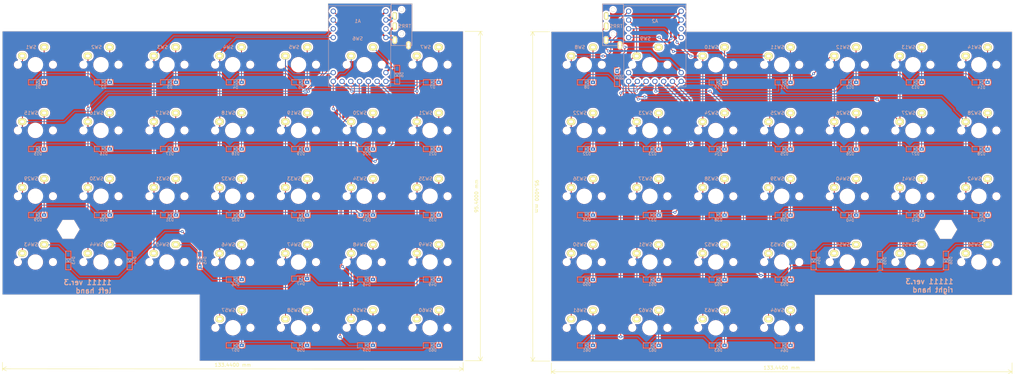
<source format=kicad_pcb>
(kicad_pcb (version 20221018) (generator pcbnew)
  (layers (0 "F.Cu" signal) (31 "B.Cu" signal) (34 "B.Paste" user) (35 "F.Paste" user) (36 "B.SilkS" user "B.Silkscreen") (37 "F.SilkS" user "F.Silkscreen") (38 "B.Mask" user) (39 "F.Mask" user) (44 "Edge.Cuts" user))
  (net 0 "")
  (net 1 "Row0")
  (net 2 "Net-(D1-A)")
  (net 3 "Net-(D2-A)")
  (net 4 "Net-(D3-A)")
  (net 5 "Net-(D4-A)")
  (net 6 "Net-(D5-A)")
  (net 7 "Net-(D6-A)")
  (net 8 "Net-(D7-A)")
  (net 9 "Row5")
  (net 10 "Net-(D8-A)")
  (net 11 "Net-(D9-A)")
  (net 12 "Net-(D10-A)")
  (net 13 "Net-(D11-A)")
  (net 14 "Net-(D12-A)")
  (net 15 "Net-(D13-A)")
  (net 16 "Net-(D14-A)")
  (net 17 "Row1")
  (net 18 "Net-(D15-A)")
  (net 19 "Net-(D16-A)")
  (net 20 "Net-(D17-A)")
  (net 21 "Net-(D18-A)")
  (net 22 "Net-(D19-A)")
  (net 23 "Net-(D20-A)")
  (net 24 "Net-(D21-A)")
  (net 25 "Row6")
  (net 26 "Net-(D22-A)")
  (net 27 "Net-(D23-A)")
  (net 28 "Net-(D24-A)")
  (net 29 "Net-(D25-A)")
  (net 30 "Net-(D26-A)")
  (net 31 "Net-(D27-A)")
  (net 32 "Net-(D28-A)")
  (net 33 "Row2")
  (net 34 "Net-(D29-A)")
  (net 35 "Net-(D30-A)")
  (net 36 "Net-(D31-A)")
  (net 37 "Net-(D32-A)")
  (net 38 "Net-(D33-A)")
  (net 39 "Net-(D34-A)")
  (net 40 "Net-(D35-A)")
  (net 41 "Row7")
  (net 42 "Net-(D36-A)")
  (net 43 "Net-(D37-A)")
  (net 44 "Net-(D38-A)")
  (net 45 "Net-(D39-A)")
  (net 46 "Net-(D40-A)")
  (net 47 "Net-(D41-A)")
  (net 48 "Net-(D42-A)")
  (net 49 "Row3")
  (net 50 "Net-(D43-A)")
  (net 51 "Net-(D44-A)")
  (net 52 "Net-(D45-A)")
  (net 53 "Net-(D46-A)")
  (net 54 "Net-(D47-A)")
  (net 55 "Net-(D48-A)")
  (net 56 "Net-(D49-A)")
  (net 57 "Row8")
  (net 58 "Net-(D50-A)")
  (net 59 "Net-(D51-A)")
  (net 60 "Net-(D52-A)")
  (net 61 "Net-(D53-A)")
  (net 62 "Net-(D54-A)")
  (net 63 "Net-(D55-A)")
  (net 64 "Net-(D56-A)")
  (net 65 "Row4")
  (net 66 "Net-(D57-A)")
  (net 67 "Net-(D58-A)")
  (net 68 "Net-(D59-A)")
  (net 69 "Row9")
  (net 70 "Net-(D60-A)")
  (net 71 "Net-(D61-A)")
  (net 72 "Net-(D62-A)")
  (net 73 "DataLeft")
  (net 74 "GND")
  (net 75 "VCC")
  (net 77 "DataRight")
  (net 78 "VDD")
  (net 80 "Col0")
  (net 81 "Col1")
  (net 82 "Col2")
  (net 83 "Col3")
  (net 84 "Col4")
  (net 85 "Col5")
  (net 86 "Col6")
  (net 87 "Col7")
  (net 88 "Col8")
  (net 89 "Col9")
  (net 90 "Col10")
  (net 91 "Col11")
  (net 92 "Col12")
  (net 93 "Col13")
  (net 94 "GNDA")
  (net 95 "Net-(D63-A)")
  (net 96 "Net-(D64-A)")
  (footprint "Salicylic-acid3_kbd_Parts:Diode_SMD" (layer "F.Cu") (at 293.680987 62.482)
    (fp_text reference "D27")
    (fp_text value "1N4148W" hide)
  )
  (footprint "Salicylic-acid3_kbd_SW:CherryMX_Solder_1u" (layer "F.Cu") (at 292.915987 38.062)
    (fp_text reference "SW13")
    (fp_text value "SW_Push" hide)
  )
  (footprint "Salicylic-acid3_kbd_SW:CherryMX_Solder_1u" (layer "F.Cu") (at 95.885 95.2338)
    (fp_text reference "SW46")
    (fp_text value "SW_Push" hide)
  )
  (footprint "Salicylic-acid3_kbd_Parts:Diode_SMD" (layer "F.Cu") (at 255.700987 81.612)
    (fp_text reference "D39")
    (fp_text value "1N4148W" hide)
  )
  (footprint "Salicylic-acid3_kbd_Parts:Diode_SMD" (layer "F.Cu") (at 198.450987 62.482)
    (fp_text reference "D22")
    (fp_text value "1N4148W" hide)
  )
  (footprint "Salicylic-acid3_kbd_Parts:Diode_SMD" (layer "F.Cu") (at 115.655 81.59)
    (fp_text reference "D33")
    (fp_text value "1N4148W" hide)
  )
  (footprint "Salicylic-acid3_kbd_Parts:Diode_SMD" (layer "F.Cu") (at 48.265 94.745 90)
    (fp_text reference "D43")
    (fp_text value "1N4148W" hide)
  )
  (footprint "Salicylic-acid3_kbd_Parts:Diode_SMD" (layer "F.Cu") (at 153.8 119.34)
    (fp_text reference "D60")
    (fp_text value "1N4148W" hide)
  )
  (footprint "Salicylic-acid3_kbd_Parts:Diode_SMD" (layer "F.Cu") (at 236.585987 100.292)
    (fp_text reference "D52")
    (fp_text value "1N4148W" hide)
  )
  (footprint "Salicylic-acid3_kbd_Parts:Diode_SMD" (layer "F.Cu") (at 312.765987 62.482)
    (fp_text reference "D28")
    (fp_text value "1N4148W" hide)
  )
  (footprint "Salicylic-acid3_kbd_SW:CherryMX_Solder_1u" (layer "F.Cu") (at 197.715987 38.062)
    (fp_text reference "SW8")
    (fp_text value "SW_Push" hide)
  )
  (footprint "Salicylic-acid3_kbd_Parts:Diode_SMD" (layer "F.Cu") (at 96.715 62.46)
    (fp_text reference "D18")
    (fp_text value "1N4148W" hide)
  )
  (footprint "Salicylic-acid3_kbd_Parts:Diode_SMD" (layer "F.Cu") (at 312.765987 81.612)
    (fp_text reference "D42")
    (fp_text value "1N4148W" hide)
  )
  (footprint "Salicylic-acid3_kbd_Parts:Diode_SMD" (layer "F.Cu") (at 274.725987 62.482)
    (fp_text reference "D26")
    (fp_text value "1N4148W" hide)
  )
  (footprint "Salicylic-acid3_kbd_Parts:Diode_SMD" (layer "F.Cu") (at 58.515 62.46)
    (fp_text reference "D16")
    (fp_text value "1N4148W" hide)
  )
  (footprint "Salicylic-acid3_kbd_Parts:Diode_SMD" (layer "F.Cu") (at 312.765987 43.162)
    (fp_text reference "D14")
    (fp_text value "1N4148W" hide)
  )
  (footprint "Salicylic-acid3_kbd_SW:CherryMX_Solder_1u" (layer "F.Cu") (at 273.915987 95.212)
    (fp_text reference "SW54")
    (fp_text value "SW_Push" hide)
  )
  (footprint "Salicylic-acid3_kbd_Parts:Diode_SMD" (layer "F.Cu") (at 143.51 40.9448 90)
    (fp_text reference "D6")
    (fp_text value "1N4148W" hide)
  )
  (footprint "Salicylic-acid3_kbd_SW:CherryMX_Solder_1u" (layer "F.Cu") (at 197.715987 114.262)
    (fp_text reference "SW61")
    (fp_text value "SW_Push" hide)
  )
  (footprint "Salicylic-acid3_kbd_SW:CherryMX_Solder_1u" (layer "F.Cu") (at 273.915987 57.112)
    (fp_text reference "SW26")
    (fp_text value "SW_Push" hide)
  )
  (footprint "Salicylic-acid3_kbd_SW:CherryMX_Solder_1u" (layer "F.Cu") (at 197.715987 57.112)
    (fp_text reference "SW22")
    (fp_text value "SW_Push" hide)
  )
  (footprint "Salicylic-acid3_kbd_Parts:Diode_SMD" (layer "F.Cu") (at 293.680987 81.612)
    (fp_text reference "D41")
    (fp_text value "1N4148W" hide)
  )
  (footprint "Salicylic-acid3_kbd_Parts:Diode_SMD" (layer "F.Cu") (at 274.725987 81.612)
    (fp_text reference "D40")
    (fp_text value "1N4148W" hide)
  )
  (footprint "Salicylic-acid3_kbd_Parts:Diode_SMD" (layer "F.Cu") (at 77.665 62.46)
    (fp_text reference "D17")
    (fp_text value "1N4148W" hide)
  )
  (footprint "Salicylic-acid3_kbd_Parts:Diode_SMD" (layer "F.Cu") (at 302.5 94.765 90)
    (fp_text reference "D56")
    (fp_text value "1N4148W" hide)
  )
  (footprint "Salicylic-acid3_kbd_Parts:TRRS_MJ-4PP-9" (layer "F.Cu") (at 144.8182 26.6)
    (fp_text reference "J1")
    (fp_text value "TRRS_MJ-4PP-9" hide)
  )
  (footprint "Salicylic-acid3_kbd_Parts:Diode_SMD" (layer "F.Cu") (at 153.8 62.46)
    (fp_text reference "D21")
    (fp_text value "1N4148W" hide)
  )
  (footprint "Salicylic-acid3_kbd_SW:CherryMX_Solder_1u" (layer "F.Cu") (at 133.985 76.14)
    (fp_text reference "SW34")
    (fp_text value "SW_Push" hide)
  )
  (footprint "Salicylic-acid3_kbd_SW:CherryMX_Solder_1u" (layer "F.Cu") (at 38.735 57.09)
    (fp_text reference "SW15")
    (fp_text value "SW_Push" hide)
  )
  (footprint "Salicylic-acid3_kbd_Parts:Diode_SMD" (layer "F.Cu") (at 236.585987 81.612)
    (fp_text reference "D38")
    (fp_text value "1N4148W" hide)
  )
  (footprint "Salicylic-acid3_kbd_SW:CherryMX_Solder_1u" (layer "F.Cu") (at 216.715987 114.262)
    (fp_text reference "SW62")
    (fp_text value "SW_Push" hide)
  )
  (footprint "Salicylic-acid3_kbd_SW:CherryMX_Solder_1u" (layer "F.Cu") (at 216.715987 57.112)
    (fp_text reference "SW23")
    (fp_text value "SW_Push" hide)
  )
  (footprint "Salicylic-acid3_kbd_SW:CherryMX_Solder_1u" (layer "F.Cu") (at 76.835 95.2084)
    (fp_text reference "SW45")
    (fp_text value "SW_Push" hide)
  )
  (footprint "Salicylic-acid3_kbd_SW:CherryMX_Solder_1u" (layer "F.Cu") (at 95.945 114.24)
    (fp_text reference "SW57")
    (fp_text value "SW_Push" hide)
  )
  (footprint "Salicylic-acid3_kbd_SW:CherryMX_Solder_1u" (layer "F.Cu") (at 38.735 38.04)
    (fp_text reference "SW1")
    (fp_text value "SW_Push" hide)
  )
  (footprint "Salicylic-acid3_kbd_Parts:Diode_SMD" (layer "F.Cu") (at 255.700987 100.292)
    (fp_text reference "D53")
    (fp_text value "1N4148W" hide)
  )
  (footprint "Salicylic-acid3_kbd_Parts:Diode_SMD" (layer "F.Cu") (at 207.2162 41.653 90)
    (fp_text reference "D9")
    (fp_text value "1N4148W" hide)
  )
  (footprint "Salicylic-acid3_kbd_SW:CherryMX_Solder_1u" (layer "F.Cu") (at 273.915987 38.062)
    (fp_text reference "SW12")
    (fp_text value "SW_Push" hide)
  )
  (footprint "Salicylic-acid3_kbd_SW:CherryMX_Solder_1u" (layer "F.Cu") (at 114.935 114.24)
    (fp_text reference "SW58")
    (fp_text value "SW_Push" hide)
  )
  (footprint "Salicylic-acid3_kbd_SW:CherryMX_Solder_1u" (layer "F.Cu") (at 57.715 57.09)
    (fp_text reference "SW16")
    (fp_text value "SW_Push" hide)
  )
  (footprint "Salicylic-acid3_kbd_Parts:Diode_SMD" (layer "F.Cu") (at 115.655 119.34)
    (fp_text reference "D58")
    (fp_text value "1N4148W" hide)
  )
  (footprint "Salicylic-acid3_kbd_SW:CherryMX_Solder_1u" (layer "F.Cu") (at 273.915987 76.162)
    (fp_text reference "SW40")
    (fp_text value "SW_Push" hide)
  )
  (footprint "Salicylic-acid3_kbd_Parts:Diode_SMD" (layer "F.Cu") (at 283.38 94.865 90)
    (fp_text reference "D55")
    (fp_text value "1N4148W" hide)
  )
  (footprint "Salicylic-acid3_kbd_Parts:Diode_SMD" (layer "F.Cu") (at 96.715 81.59)
    (fp_text reference "D32")
    (fp_text value "1N4148W" hide)
  )
  (footprint "Salicylic-acid3_kbd_SW:CherryMX_Solder_1u" (layer "F.Cu") (at 114.935 57.09)
    (fp_text reference "SW19")
    (fp_text value "SW_Push" hide)
  )
  (footprint "Salicylic-acid3_kbd_Parts:Diode_SMD" (layer "F.Cu") (at 153.8 81.59)
    (fp_text reference "D35")
    (fp_text value "1N4148W" hide)
  )
  (footprint "Salicylic-acid3_kbd_Parts:Diode_SMD" (layer "F.Cu") (at 96.715 100.27)
    (fp_text reference "D46")
    (fp_text value "1N4148W" hide)
  )
  (footprint "Salicylic-acid3_kbd_Parts:Diode_SMD" (layer "F.Cu") (at 134.725 81.59)
    (fp_text reference "D34")
    (fp_text value "1N4148W" hide)
  )
  (footprint "Salicylic-acid3_kbd_Parts:Diode_SMD" (layer "F.Cu") (at 198.450987 81.612)
    (fp_text reference "D36")
    (fp_text value "1N4148W" hide)
  )
  (footprint "Salicylic-acid3_kbd_SW:CherryMX_Solder_1u" (layer "F.Cu") (at 38.735 95.2084)
    (fp_text reference "SW43")
    (fp_text value "SW_Push" hide)
  )
  (footprint "Salicylic-acid3_kbd_Parts:Diode_SMD" (layer "F.Cu") (at 217.500987 119.362)
    (fp_text reference "D62")
    (fp_text value "1N4148W" hide)
  )
  (footprint "Salicylic-acid3_kbd_Parts:Diode_SMD" (layer "F.Cu") (at 293.680987 43.162)
    (fp_text reference "D13")
    (fp_text value "1N4148W" hide)
  )
  (footprint "Salicylic-acid3_kbd_SW:CherryMX_Solder_1u" (layer "F.Cu") (at 254.915987 95.212)
    (fp_text reference "SW53")
    (fp_text value "SW_Push" hide)
  )
  (footprint "Salicylic-acid3_kbd_Parts:Diode_SMD" (layer "F.Cu") (at 264.16 94.765 90)
    (fp_text reference "D54")
    (fp_text value "1N4148W" hide)
  )
  (footprint "Salicylic-acid3_kbd_SW:CherryMX_Solder_1u" (layer "F.Cu") (at 114.935 95.2338)
    (fp_text reference "SW47")
    (fp_text value "SW_Push" hide)
  )
  (footprint "Salicylic-acid3_kbd_Parts:Diode_SMD" (layer "F.Cu") (at 58.515 43.14)
    (fp_text reference "D2")
    (fp_text value "1N4148W" hide)
  )
  (footprint "Salicylic-acid3_kbd_Parts:Diode_SMD" (layer "F.Cu") (at 255.700987 119.362)
    (fp_text reference "D64")
    (fp_text value "1N4148W" hide)
  )
  (footprint "Salicylic-acid3_kbd_SW:CherryMX_Solder_1u" (layer "F.Cu") (at 153.035 76.14)
    (fp_text reference "SW35")
    (fp_text value "SW_Push" hide)
  )
  (footprint "Salicylic-acid3_kbd_SW:CherryMX_Solder_1u" (layer "F.Cu") (at 312.015987 57.112)
    (fp_text reference "SW28")
    (fp_text value "SW_Push" hide)
  )
  (footprint "Salicylic-acid3_kbd_SW:CherryMX_Solder_1u" (layer "F.Cu") (at 216.715987 95.212)
    (fp_text reference "SW51")
    (fp_text value "SW_Push" hide)
  )
  (footprint "Salicylic-acid3_kbd_Parts:Diode_SMD" (layer "F.Cu") (at 217.500987 62.482)
    (fp_text reference "D23")
    (fp_text value "1N4148W" hide)
  )
  (footprint "Salicylic-acid3_kbd_SW:CherryMX_Solder_1u" (layer "F.Cu") (at 216.715987 76.162)
    (fp_text reference "SW37")
    (fp_text value "SW_Push" hide)
  )
  (footprint "Salicylic-acid3_kbd_SW:CherryMX_Solder_1u" (layer "F.Cu") (at 312.015987 95.212)
    (fp_text reference "SW56")
    (fp_text value "SW_Push" hide)
  )
  (footprint "Salicylic-acid3_kbd_Parts:Diode_SMD" (layer "F.Cu") (at 77.665 81.59)
    (fp_text reference "D31")
    (fp_text value "1N4148W" hide)
  )
  (footprint "Salicylic-acid3_kbd_SW:CherryMX_Solder_1u" (layer "F.Cu") (at 57.715 76.14)
    (fp_text reference "SW30")
    (fp_text value "SW_Push" hide)
  )
  (footprint "Salicylic-acid3_kbd_Parts:Diode_SMD" (layer "F.Cu") (at 134.725 119.34)
    (fp_text reference "D59")
    (fp_text value "1N4148W" hide)
  )
  (footprint "Salicylic-acid3_kbd_SW:CherryMX_Solder_1u" (layer "F.Cu") (at 114.935 76.14)
    (fp_text reference "SW33")
    (fp_text value "SW_Push" hide)
  )
  (footprint "Salicylic-acid3_kbd_Parts:Diode_SMD" (layer "F.Cu") (at 236.585987 119.362)
    (fp_text reference "D63")
    (fp_text value "1N4148W" hide)
  )
  (footprint "Salicylic-acid3_kbd_SW:CherryMX_Solder_1u" (layer "F.Cu") (at 216.715987 38.062)
    (fp_text reference "SW9")
    (fp_text value "SW_Push" hide)
  )
  (footprint "Salicylic-acid3_kbd_Parts:Diode_SMD" (layer "F.Cu") (at 115.655 43.14)
    (fp_text reference "D5")
    (fp_text value "1N4148W" hide)
  )
  (footprint "Salicylic-acid3_kbd_Parts:Diode_SMD" (layer "F.Cu") (at 96.715 43.14)
    (fp_text reference "D4")
    (fp_text value "1N4148W" hide)
  )
  (footprint "Salicylic-acid3_kbd_SW:CherryMX_Solder_1u" (layer "F.Cu") (at 292.915987 57.112)
    (fp_text reference "SW27")
    (fp_text value "SW_Push" hide)
  )
  (footprint "Salicylic-acid3_kbd_SW:CherryMX_Solder_1u" (layer "F.Cu") (at 312.015987 38.062)
    (fp_text reference "SW14")
    (fp_text value "SW_Push" hide)
  )
  (footprint "Salicylic-acid3_kbd_SW:CherryMX_Solder_1u" (layer "F.Cu") (at 197.715987 95.212)
    (fp_text reference "SW50")
    (fp_text value "SW_Push" hide)
  )
  (footprint "Salicylic-acid3_kbd_Parts:Diode_SMD" (layer "F.Cu") (at 153.8 43.14)
    (fp_text reference "D7")
    (fp_text value "1N4148W" hide)
  )
  (footprint "Salicylic-acid3_kbd_SW:CherryMX_Solder_1u" (layer "F.Cu") (at 235.815987 76.162)
    (fp_text reference "SW38")
    (fp_text value "SW_Push" hide)
  )
  (footprint "Salicylic-acid3_kbd_SW:CherryMX_Solder_1u" (layer "F.Cu") (at 254.915987 38.062)
    (fp_text reference "SW11")
    (fp_text value "SW_Push" hide)
  )
  (footprint "Salicylic-acid3_kbd_SW:CherryMX_Solder_1u" (layer "F.Cu") (at 133.985 38.04)
    (fp_text reference "SW6")
    (fp_text value "SW_Push" hide)
  )
  (footprint "Salicylic-acid3_kbd_SW:CherryMX_Solder_1u" (layer "F.Cu") (at 57.715 95.2084)
    (fp_text reference "SW44")
    (fp_text value "SW_Push" hide)
  )
  (footprint "keyboard_parts:m3_Spacer_Hole_hex" (layer "F.Cu") (at 302.46 85.77)
    (fp_text reference "REF**" hide)
    (fp_text value "m3_Spacer_Hole_hex" hide)
    (fp_line (start -3.3166 0) (end -1.6583 2.75) (stroke (width 0.05)) (layer "Edge.Cuts"))
    (fp_line (start -1.6583 -2.75) (end -3.3166 0) (stroke (width 0.05)) (layer "Edge.Cuts"))
    (fp_line (start 1.6583 -2.75) (end -1.6583 -2.75) (stroke (width 0.05)) (layer "Edge.Cuts"))
    (fp_line (start 1.6583 -2.75) (end 3.3166 0) (stroke (width 0.05)) (layer "Edge.Cuts"))
    (fp_line (start 1.6583 2.75) (end -1.6583 2.75) (stroke (width 0.05)) (layer "Edge.Cuts"))
    (fp_line (start 3.3166 0) (end 1.6583 2.75) (stroke (width 0.05)) (layer "Edge.Cuts"))
  )
  (footprint "Salicylic-acid3_kbd_Parts:Diode_SMD" (layer "F.Cu") (at 198.450987 100.292)
    (fp_text reference "D50")
    (fp_text value "1N4148W" hide)
  )
  (footprint "Salicylic-acid3_kbd_SW:CherryMX_Solder_1u" (layer "F.Cu") (at 235.815987 95.212)
    (fp_text reference "SW52")
    (fp_text value "SW_Push" hide)
  )
  (footprint "Salicylic-acid3_kbd_Parts:Diode_SMD" (layer "F.Cu") (at 96.715 119.34)
    (fp_text reference "D57")
    (fp_text value "1N4148W" hide)
  )
  (footprint "Salicylic-acid3_kbd_Parts:Diode_SMD" (layer "F.Cu") (at 66.04 94.745 90)
    (fp_text reference "D44")
    (fp_text value "1N4148W" hide)
  )
  (footprint "Salicylic-acid3_kbd_Parts:Diode_SMD" (layer "F.Cu") (at 134.725 62.46)
    (fp_text reference "D20")
    (fp_text value "1N4148W" hide)
  )
  (footprint "Salicylic-acid3_kbd_SW:CherryMX_Solder_1u" (layer "F.Cu") (at 153.035 95.19)
    (fp_text reference "SW49")
    (fp_text value "SW_Push" hide)
  )
  (footprint "Salicylic-acid3_kbd_SW:CherryMX_Solder_1u" (layer "F.Cu") (at 153.035 57.09)
    (fp_text reference "SW21")
    (fp_text value "SW_Push" hide)
  )
  (footprint "Salicylic-acid3_kbd_Parts:Diode_SMD" (layer "F.Cu") (at 58.515 81.59)
    (fp_text reference "D30")
    (fp_text value "1N4148W" hide)
  )
  (footprint "Salicylic-acid3_kbd_Parts:Diode_SMD" (layer "F.Cu") (at 236.585987 43.162)
    (fp_text reference "D10")
    (fp_text value "1N4148W" hide)
  )
  (footprint "Salicylic-acid3_kbd_Parts:Diode_SMD" (layer "F.Cu") (at 153.8 100.27)
    (fp_text reference "D49")
    (fp_text value "1N4148W" hide)
  )
  (footprint "Salicylic-acid3_kbd_SW:CherryMX_Solder_1u" (layer "F.Cu") (at 38.735 76.14)
    (fp_text reference "SW29")
    (fp_text value "SW_Push" hide)
  )
  (footprint "Salicylic-acid3_kbd_SW:CherryMX_Solder_1u" (layer "F.Cu") (at 95.885 38.04)
    (fp_text reference "SW4")
    (fp_text value "SW_Push" hide)
  )
  (footprint "Salicylic-acid3_kbd_Parts:Diode_SMD" (layer "F.Cu") (at 86.36 94.745 90)
    (fp_text reference "D45")
    (fp_text value "1N4148W" hide)
  )
  (footprint "Salicylic-acid3_kbd_Parts:Diode_SMD" (layer "F.Cu") (at 115.655 62.46)
    (fp_text reference "D19")
    (fp_text value "1N4148W" hide)
  )
  (footprint "Salicylic-acid3_kbd_SW:CherryMX_Solder_1u" (layer "F.Cu") (at 254.915987 76.162)
    (fp_text reference "SW39")
    (fp_text value "SW_Push" hide)
  )
  (footprint "Salicylic-acid3_kbd_SW:CherryMX_Solder_1u" (layer "F.Cu") (at 133.985 114.24)
    (fp_text reference "SW59")
    (fp_text value "SW_Push" hide)
  )
  (footprint "Salicylic-acid3_kbd_SW:CherryMX_Solder_1u" (layer "F.Cu") (at 133.985 57.09)
    (fp_text reference "SW20")
    (fp_text value "SW_Push" hide)
  )
  (footprint "Salicylic-acid3_kbd_Parts:Diode_SMD" (layer "F.Cu") (at 198.450987 119.362)
    (fp_text reference "D61")
    (fp_text value "1N4148W" hide)
  )
  (footprint "Salicylic-acid3_kbd_SW:CherryMX_Solder_1u" (layer "F.Cu") (at 95.885 76.14)
    (fp_text reference "SW32")
    (fp_text value "SW_Push" hide)
  )
  (footprint "Salicylic-acid3_kbd_SW:CherryMX_Solder_1u" (layer "F.Cu") (at 292.915987 95.212)
    (fp_text reference "SW55")
    (fp_text value "SW_Push" hide)
  )
  (footprint "Salicylic-acid3_kbd_SW:CherryMX_Solder_1u" (layer "F.Cu") (at 57.715 38.04)
    (fp_text reference "SW2")
    (fp_text value "SW_Push" hide)
  )
  (footprint "Salicylic-acid3_kbd_SW:CherryMX_Solder_1u" (layer "F.Cu") (at 76.835 38.04)
    (fp_text reference "SW3")
    (fp_text value "SW_Push" hide)
  )
  (footprint "Salicylic-acid3_kbd_SW:CherryMX_Solder_1u" (layer "F.Cu") (at 153.035 38.04)
    (fp_text reference "SW7")
    (fp_text value "SW_Push" hide)
  )
  (footprint "Salicylic-acid3_kbd_SW:CherryMX_Solder_1u" (layer "F.Cu") (at 235.815987 57.112)
    (fp_text reference "SW24")
    (fp_text value "SW_Push" hide)
  )
  (footprint "Salicylic-acid3_kbd_Parts:Diode_SMD" (layer "F.Cu") (at 217.500987 100.292)
    (fp_text reference "D51")
    (fp_text value "1N4148W" hide)
  )
  (footprint "Salicylic-acid3_kbd_SW:CherryMX_Solder_1u" (layer "F.Cu") (at 76.835 57.09)
    (fp_text reference "SW17")
    (fp_text value "SW_Push" hide)
  )
  (footprint "Salicylic-acid3_kbd_SW:CherryMX_Solder_1u" (layer "F.Cu") (at 254.915987 57.112)
    (fp_text reference "SW25")
    (fp_text value "SW_Push" hide)
  )
  (footprint "Salicylic-acid3_kbd_Parts:TRRS_MJ-4PP-9" (layer "F.Cu") (at 206.0688 26.62)
    (fp_text reference "J2")
    (fp_text value "TRRS_MJ-4PP-9" hide)
  )
  (footprint "Salicylic-acid3_kbd_Parts:Diode_SMD" (layer "F.Cu") (at 77.665 43.14)
    (fp_text reference "D3")
    (fp_text value "1N4148W" hide)
  )
  (footprint "Salicylic-acid3_kbd_Parts:Diode_SMD" (layer "F.Cu") (at 236.585987 62.482)
    (fp_text reference "D24")
    (fp_text value "1N4148W" hide)
  )
  (footprint "Salicylic-acid3_kbd_SW:CherryMX_Solder_1u" (layer "F.Cu") (at 133.985 95.2338)
    (fp_text reference "SW48")
    (fp_text value "SW_Push" hide)
  )
  (footprint "Salicylic-acid3_kbd_Parts:Diode_SMD" (layer "F.Cu") (at 255.700987 62.482)
    (fp_text reference "D25")
    (fp_text value "1N4148W" hide)
  )
  (footprint "Salicylic-acid3_kbd_Parts:Diode_SMD" (layer "F.Cu") (at 134.725 100.27)
    (fp_text reference "D48")
    (fp_text value "1N4148W" hide)
  )
  (footprint "Salicylic-acid3_kbd_SW:CherryMX_Solder_1u" (layer "F.Cu") (at 235.815987 38.062)
    (fp_text reference "SW10")
    (fp_text value "SW_Push" hide)
  )
  (footprint "Salicylic-acid3_kbd_SW:CherryMX_Solder_1u" (layer "F.Cu") (at 153.035 114.24)
    (fp_text reference "SW60")
    (fp_text value "SW_Push" hide)
  )
  (footprint "Salicylic-acid3_kbd_SW:CherryMX_Solder_1u" (layer "F.Cu") (at 95.885 57.09)
    (fp_text reference "SW18")
    (fp_text value "SW_Push" hide)
  )
  (footprint "Salicylic-acid3_kbd_Parts:Diode_SMD" (layer "F.Cu") (at 198.450987 43.162)
    (fp_text reference "D8")
    (fp_text value "1N4148W" hide)
  )
  (footprint "Salicylic-acid3_kbd_Parts:Diode_SMD" (layer "F.Cu") (at 115.655 100.02)
    (fp_text reference "D47")
    (fp_text value "1N4148W" hide)
  )
  (footprint "Salicylic-acid3_kbd_Parts:Diode_SMD" (layer "F.Cu") (at 39.465 81.59)
    (fp_text reference "D29")
    (fp_text value "1N4148W" hide)
  )
  (footprint "keyboard_parts:m3_Spacer_Hole_hex" (layer "F.Cu") (at 48.26 85.75)
    (fp_text reference "REF**" hide)
    (fp_text value "m3_Spacer_Hole_hex" hide)
    (fp_line (start -3.3166 0) (end -1.6583 2.75) (stroke (width 0.05)) (layer "Edge.Cuts"))
    (fp_line (start -1.6583 -2.75) (end -3.3166 0) (stroke (width 0.05)) (layer "Edge.Cuts"))
    (fp_line (start 1.6583 -2.75) (end -1.6583 -2.75) (stroke (width 0.05)) (layer "Edge.Cuts"))
    (fp_line (start 1.6583 -2.75) (end 3.3166 0) (stroke (width 0.05)) (layer "Edge.Cuts"))
    (fp_line (start 1.6583 2.75) (end -1.6583 2.75) (stroke (width 0.05)) (layer "Edge.Cuts"))
    (fp_line (start 3.3166 0) (end 1.6583 2.75) (stroke (width 0.05)) (layer "Edge.Cuts"))
  )
  (footprint "Salicylic-acid3_kbd_SW:CherryMX_Solder_1u" (layer "F.Cu") (at 254.915987 114.262)
    (fp_text reference "SW64")
    (fp_text value "SW_Push" hide)
  )
  (footprint "Salicylic-acid3_kbd_Parts:Diode_SMD" (layer "F.Cu") (at 217.500987 81.612)
    (fp_text reference "D37")
    (fp_text value "1N4148W" hide)
  )
  (footprint "Salicylic-acid3_kbd_Parts:Diode_SMD" (layer "F.Cu") (at 274.725987 43.162)
    (fp_text reference "D12")
    (fp_text value "1N4148W" hide)
  )
  (footprint "Salicylic-acid3_kbd_SW:CherryMX_Solder_1u" (layer "F.Cu") (at 292.915987 76.162)
    (fp_text reference "SW41")
    (fp_text value "SW_Push" hide)
  )
  (footprint "Salicylic-acid3_kbd_SW:CherryMX_Solder_1u" (layer "F.Cu") (at 312.015987 76.162)
    (fp_text reference "SW42")
    (fp_text value "SW_Push" hide)
  )
  (footprint "Salicylic-acid3_kbd_Parts:Diode_SMD" (layer "F.Cu") (at 255.700987 43.162)
    (fp_text reference "D11")
    (fp_text value "1N4148W" hide)
  )
  (footprint "Salicylic-acid3_kbd_SW:CherryMX_Solder_1u" (layer "F.Cu") (at 76.835 76.14)
    (fp_text reference "SW31")
    (fp_text value "SW_Push" hide)
  )
  (footprint "Salicylic-acid3_kbd_SW:CherryMX_Solder_1u" (layer "F.Cu") (at 197.715987 76.162)
    (fp_text reference "SW36")
    (fp_text value "SW_Push" hide)
  )
  (footprint "Salicylic-acid3_kbd_Parts:Diode_SMD" (layer "F.Cu") (at 39.465 62.46)
    (fp_text reference "D15")
    (fp_text value "1N4148W" hide)
  )
  (footprint "Salicylic-acid3_kbd_Parts:Diode_SMD" (layer "F.Cu") (at 39.465 43.14)
    (fp_text reference "D1")
    (fp_text value "1N4148W" hide)
  )
  (footprint "Salicylic-acid3_kbd_SW:CherryMX_Solder_1u" (layer "F.Cu") (at 114.935 38.04)
    (fp_text reference "SW5")
    (fp_text value "SW_Push" hide)
  )
  (footprint "Salicylic-acid3_kbd_SW:CherryMX_Solder_1u" (layer "F.Cu") (at 235.815987 114.262)
    (fp_text reference "SW63")
    (fp_text value "SW_Push" hide)
  )
  (footprint "keyboard_parts:RP2040-Zero_reversible" (layer "B.Cu") (at 132.6388 32.7152 180)
    (fp_text reference "A1")
    (fp_text value "RP2040-Zero" hide)
  )
  (footprint "keyboard_parts:RP2040-Zero_reversible" (layer "B.Cu") (at 218.186 32.7152 180)
    (fp_text reference "A2")
    (fp_text value "RP2040-Zero" hide)
  )
  (gr_line (start 202.9124 28.5) (end 202.9124 20.34) (stroke (width 0.1)) (layer "Edge.Cuts"))
  (gr_line (start 147.9296 28.4) (end 162.64 28.4) (stroke (width 0.1)) (layer "Edge.Cuts"))
  (gr_line (start 188.2 123.9) (end 264.541 123.9) (stroke (width 0.1)) (layer "Edge.Cuts"))
  (gr_line (start 162.64 123.8) (end 86.299 123.8) (stroke (width 0.1)) (layer "Edge.Cuts"))
  (gr_line (start 227.3046 20.34) (end 227.3046 28.5) (stroke (width 0.1)) (layer "Edge.Cuts"))
  (gr_line (start 202.9124 20.34) (end 227.3046 20.34) (stroke (width 0.1)) (layer "Edge.Cuts"))
  (gr_line (start 264.541 104.7496) (end 321.64 104.7496) (stroke (width 0.1)) (layer "Edge.Cuts"))
  (gr_line (start 321.64 28.5) (end 321.64 104.7496) (stroke (width 0.1)) (layer "Edge.Cuts"))
  (gr_line (start 123.5118 20.32) (end 123.5118 28.4) (stroke (width 0.1)) (layer "Edge.Cuts"))
  (gr_line (start 147.9296 20.32) (end 147.9296 28.4) (stroke (width 0.1)) (layer "Edge.Cuts"))
  (gr_line (start 227.3046 28.5) (end 321.64 28.5) (stroke (width 0.1)) (layer "Edge.Cuts"))
  (gr_line (start 86.299 123.8) (end 86.299 104.6242) (stroke (width 0.1)) (layer "Edge.Cuts"))
  (gr_line (start 188.2 123.9) (end 188.2 28.5) (stroke (width 0.1)) (layer "Edge.Cuts"))
  (gr_line (start 162.64 28.4) (end 162.64 123.8) (stroke (width 0.1)) (layer "Edge.Cuts"))
  (gr_line (start 29.2 28.4) (end 123.5118 28.4) (stroke (width 0.1)) (layer "Edge.Cuts"))
  (gr_line (start 86.299 104.6242) (end 29.2 104.6242) (stroke (width 0.1)) (layer "Edge.Cuts"))
  (gr_line (start 264.541 104.7496) (end 264.541 123.9) (stroke (width 0.1)) (layer "Edge.Cuts"))
  (gr_line (start 188.2 28.5) (end 202.9124 28.5) (stroke (width 0.1)) (layer "Edge.Cuts"))
  (gr_line (start 29.2 28.4) (end 29.2 104.6242) (stroke (width 0.1)) (layer "Edge.Cuts"))
  (gr_line (start 123.5118 20.32) (end 147.9296 20.32) (stroke (width 0.1)) (layer "Edge.Cuts"))
  (gr_text "11111 ver.3\nleft hand" (at 60.96 104.394) (layer "B.SilkS") (effects (font (size 1.5 1.5) (thickness 0.3) bold) (justify left bottom mirror)))
  (gr_text "11111 ver.3\nright hand" (at 304.8 104.14) (layer "B.SilkS") (effects (font (size 1.5 1.5) (thickness 0.3) bold) (justify left bottom mirror)))
  (dimension (type aligned) (layer "F.SilkS") (pts (xy 188.16 28.5) (xy 188.2 123.9)) (height 5.383284) (gr_text "3755.9058 mils" (at 183.946716 76.201775 270.0240234) (layer "F.SilkS") (effects (font (size 1 1) (thickness 0.15)))) (format (prefix "") (suffix "") (units 3) (units_format 1) (precision 4)) (style (thickness 0.15) (arrow_length 1.27) (text_position_mode 0) (extension_height 0.58642) (extension_offset 0.5) keep_text_aligned))
  (dimension (type aligned) (layer "F.SilkS") (pts (xy 29.2 123.75) (xy 162.64 123.8)) (height 2.3873) (gr_text "5253.5437 mils" (at 95.919536 125.0123 359.9785313) (layer "F.SilkS") (effects (font (size 1 1) (thickness 0.15)))) (format (prefix "") (suffix "") (units 3) (units_format 1) (precision 4)) (style (thickness 0.15) (arrow_length 1.27) (text_position_mode 0) (extension_height 0.58642) (extension_offset 0.5) keep_text_aligned))
  (dimension (type aligned) (layer "F.SilkS") (pts (xy 188.2 123.9) (xy 321.64 123.9)) (height 3.1) (gr_text "5253.5433 mils" (at 254.92 125.85) (layer "F.SilkS") (effects (font (size 1 1) (thickness 0.15)))) (format (prefix "") (suffix "") (units 3) (units_format 1) (precision 4)) (style (thickness 0.15) (arrow_length 1.27) (text_position_mode 0) (extension_height 0.58642) (extension_offset 0.5) keep_text_aligned))
  (dimension (type aligned) (layer "F.SilkS") (pts (xy 162.64 123.8) (xy 162.64 28.4)) (height 5) (gr_text "3755.9055 mils" (at 166.49 76.1 90) (layer "F.SilkS") (effects (font (size 1 1) (thickness 0.15)))) (format (prefix "") (suffix "") (units 3) (units_format 1) (precision 4)) (style (thickness 0.15) (arrow_length 1.27) (text_position_mode 0) (extension_height 0.58642) (extension_offset 0.5) keep_text_aligned))
  (segment (start 115.735 44.995) (end 113.88 43.14) (width 0.25) (layer "B.Cu") (net 1))
  (segment (start 40.19 40.64) (end 54.24 40.64) (width 0.25) (layer "B.Cu") (net 1))
  (segment (start 97.27 40.64) (end 111.38 40.64) (width 0.25) (layer "B.Cu") (net 1))
  (segment (start 152.025 43.14) (end 150.834695 43.14) (width 0.25) (layer "B.Cu") (net 1))
  (segment (start 75.89 43.14) (end 75.09 43.94) (width 0.25) (layer "B.Cu") (net 1))
  (segment (start 54.24 40.64) (end 56.74 43.14) (width 0.25) (layer "B.Cu") (net 1))
  (segment (start 78.39 40.64) (end 92.44 40.64) (width 0.25) (layer "B.Cu") (net 1))
  (segment (start 140.4142 42.7198) (end 140.2588 42.8752) (width 0.25) (layer "B.Cu") (net 1))
  (segment (start 152.025 43.14) (end 143.9302 43.14) (width 0.25) (layer "B.Cu") (net 1))
  (segment (start 143.51 42.7198) (end 140.4142 42.7198) (width 0.25) (layer "B.Cu") (net 1))
  (segment (start 150.834695 43.14) (end 148.979695 44.995) (width 0.25) (layer "B.Cu") (net 1))
  (segment (start 92.44 40.64) (end 94.94 43.14) (width 0.25) (layer "B.Cu") (net 1))
  (segment (start 57.54 43.94) (end 56.74 43.14) (width 0.25) (layer "B.Cu") (net 1))
  (segment (start 75.89 43.14) (end 78.39 40.64) (width 0.25) (layer "B.Cu") (net 1))
  (segment (start 37.69 43.14) (end 40.19 40.64) (width 0.25) (layer "B.Cu") (net 1))
  (segment (start 143.9302 43.14) (end 143.51 42.7198) (width 0.25) (layer "B.Cu") (net 1))
  (segment (start 148.979695 44.995) (end 115.735 44.995) (width 0.25) (layer "B.Cu") (net 1))
  (segment (start 75.09 43.94) (end 57.54 43.94) (width 0.25) (layer "B.Cu") (net 1))
  (segment (start 111.38 40.64) (end 113.88 43.14) (width 0.25) (layer "B.Cu") (net 1))
  (segment (start 94.94 42.97) (end 97.27 40.64) (width 0.25) (layer "B.Cu") (net 1))
  (segment (start 94.94 43.14) (end 94.94 42.97) (width 0.25) (layer "B.Cu") (net 1))
  (segment (start 41.275 32.96) (end 41.275 43.105) (width 0.25) (layer "F.Cu") (net 2))
  (segment (start 41.275 43.105) (end 41.24 43.14) (width 0.25) (layer "F.Cu") (net 2))
  (via (at 41.24 43.14) (size 0.8) (drill 0.4) (layers "F.Cu" "B.Cu") (net 2))
  (segment (start 60.255 32.96) (end 60.255 43.105) (width 0.25) (layer "F.Cu") (net 3))
  (segment (start 60.255 43.105) (end 60.29 43.14) (width 0.25) (layer "F.Cu") (net 3))
  (via (at 60.29 43.14) (size 0.8) (drill 0.4) (layers "F.Cu" "B.Cu") (net 3))
  (segment (start 79.375 32.96) (end 79.375 43.075) (width 0.25) (layer "F.Cu") (net 4))
  (segment (start 79.375 43.075) (end 79.44 43.14) (width 0.25) (layer "F.Cu") (net 4))
  (via (at 79.44 43.14) (size 0.8) (drill 0.4) (layers "F.Cu" "B.Cu") (net 4))
  (segment (start 98.425 32.96) (end 98.425 43.075) (width 0.25) (layer "F.Cu") (net 5))
  (segment (start 98.425 43.075) (end 98.49 43.14) (width 0.25) (layer "F.Cu") (net 5))
  (via (at 98.49 43.14) (size 0.8) (drill 0.4) (layers "F.Cu" "B.Cu") (net 5))
  (segment (start 117.475 43.095) (end 117.43 43.14) (width 0.25) (layer "F.Cu") (net 6))
  (segment (start 117.475 32.96) (end 117.475 43.095) (width 0.25) (layer "F.Cu") (net 6))
  (via (at 117.43 43.14) (size 0.8) (drill 0.4) (layers "F.Cu" "B.Cu") (net 6))
  (segment (start 142.7348 39.1698) (end 143.51 39.1698) (width 0.25) (layer "B.Cu") (net 7))
  (segment (start 136.525 32.96) (end 142.7348 39.1698) (width 0.25) (layer "B.Cu") (net 7))
  (segment (start 155.575 32.96) (end 155.575 43.14) (width 0.25) (layer "F.Cu") (net 8))
  (via (at 155.575 43.14) (size 0.8) (drill 0.4) (layers "F.Cu" "B.Cu") (net 8))
  (segment (start 308.488987 40.66) (end 294.407987 40.66) (width 0.25) (layer "B.Cu") (net 9))
  (segment (start 254 43.236013) (end 254 45.72) (width 0.25) (layer "B.Cu") (net 9))
  (segment (start 289.403987 40.66) (end 275.452987 40.66) (width 0.25) (layer "B.Cu") (net 9))
  (segment (start 226.0928 43.162) (end 225.806 42.8752) (width 0.25) (layer "B.Cu") (net 9))
  (segment (start 254 45.72) (end 237.368987 45.72) (width 0.25) (layer "B.Cu") (net 9))
  (segment (start 275.452987 40.66) (end 272.950987 43.162) (width 0.25) (layer "B.Cu") (net 9))
  (segment (start 310.990987 43.162) (end 308.488987 40.66) (width 0.25) (layer "B.Cu") (net 9))
  (segment (start 204.6412 40.853) (end 207.2162 43.428) (width 0.25) (layer "B.Cu") (net 9))
  (segment (start 223.6862 44.995) (end 225.806 42.8752) (width 0.25) (layer "B.Cu") (net 9))
  (segment (start 256.483987 45.72) (end 253.925987 43.162) (width 0.25) (layer "B.Cu") (net 9))
  (segment (start 272.950987 43.162) (end 270.392987 45.72) (width 0.25) (layer "B.Cu") (net 9))
  (segment (start 270.392987 45.72) (end 256.483987 45.72) (width 0.25) (layer "B.Cu") (net 9))
  (segment (start 291.905987 43.162) (end 289.403987 40.66) (width 0.25) (layer "B.Cu") (net 9))
  (segment (start 253.925987 43.162) (end 254 43.236013) (width 0.25) (layer "B.Cu") (net 9))
  (segment (start 198.984987 40.853) (end 204.6412 40.853) (width 0.25) (layer "B.Cu") (net 9))
  (segment (start 208.7832 44.995) (end 223.6862 44.995) (width 0.25) (layer "B.Cu") (net 9))
  (segment (start 207.2162 43.428) (end 208.7832 44.995) (width 0.25) (layer "B.Cu") (net 9))
  (segment (start 196.675987 43.162) (end 198.984987 40.853) (width 0.25) (layer "B.Cu") (net 9))
  (segment (start 294.407987 40.66) (end 291.905987 43.162) (width 0.25) (layer "B.Cu") (net 9))
  (segment (start 237.368987 45.72) (end 234.810987 43.162) (width 0.25) (layer "B.Cu") (net 9))
  (segment (start 234.810987 43.162) (end 226.0928 43.162) (width 0.25) (layer "B.Cu") (net 9))
  (segment (start 200.255987 43.132) (end 200.225987 43.162) (width 0.25) (layer "F.Cu") (net 10))
  (segment (start 200.255987 32.982) (end 200.255987 43.132) (width 0.25) (layer "F.Cu") (net 10))
  (via (at 200.225987 43.162) (size 0.8) (drill 0.4) (layers "F.Cu" "B.Cu") (net 10))
  (segment (start 209.455836 32.982) (end 209.455836 34.384164) (width 0.25) (layer "F.Cu") (net 11))
  (segment (start 208.28 38.8142) (end 207.2162 39.878) (width 0.25) (layer "F.Cu") (net 11))
  (segment (start 208.28 35.56) (end 208.28 38.8142) (width 0.25) (layer "F.Cu") (net 11))
  (segment (start 209.455836 34.384164) (end 208.28 35.56) (width 0.25) (layer "F.Cu") (net 11))
  (via (at 207.2162 39.878) (size 0.8) (drill 0.4) (layers "F.Cu" "B.Cu") (net 11))
  (via (at 209.455836 32.982) (size 0.8) (drill 0.4) (layers "F.Cu" "B.Cu") (net 11))
  (segment (start 209.455836 32.982) (end 218.44 32.982) (width 0.25) (layer "B.Cu") (net 11))
  (segment (start 238.355987 43.157) (end 238.360987 43.162) (width 0.25) (layer "F.Cu") (net 12))
  (segment (start 238.355987 32.982) (end 238.355987 43.157) (width 0.25) (layer "F.Cu") (net 12))
  (via (at 238.360987 43.162) (size 0.8) (drill 0.4) (layers "F.Cu" "B.Cu") (net 12))
  (segment (start 257.455987 43.142) (end 257.475987 43.162) (width 0.25) (layer "F.Cu") (net 13))
  (segment (start 257.455987 32.982) (end 257.455987 43.142) (width 0.25) (layer "F.Cu") (net 13))
  (via (at 257.475987 43.162) (size 0.8) (drill 0.4) (layers "F.Cu" "B.Cu") (net 13))
  (segment (start 276.455987 43.117) (end 276.500987 43.162) (width 0.25) (layer "F.Cu") (net 14))
  (segment (start 276.455987 32.982) (end 276.455987 43.117) (width 0.25) (layer "F.Cu") (net 14))
  (via (at 276.500987 43.162) (size 0.8) (drill 0.4) (layers "F.Cu" "B.Cu") (net 14))
  (segment (start 295.455987 32.982) (end 295.455987 43.162) (width 0.25) (layer "F.Cu") (net 15))
  (via (at 295.455987 43.162) (size 0.8) (drill 0.4) (layers "F.Cu" "B.Cu") (net 15))
  (segment (start 314.555987 32.982) (end 314.555987 43.147) (width 0.25) (layer "F.Cu") (net 16))
  (segment (start 314.555987 43.147) (end 314.540987 43.162) (width 0.25) (layer "F.Cu") (net 16))
  (via (at 314.540987 43.162) (size 0.8) (drill 0.4) (layers "F.Cu" "B.Cu") (net 16))
  (segment (start 142.24 60.96) (end 142.24 47.3964) (width 0.25) (layer "F.Cu") (net 17))
  (segment (start 137.16 66.04) (end 142.24 60.96) (width 0.25) (layer "F.Cu") (net 17))
  (segment (start 142.24 47.3964) (end 137.7188 42.8752) (width 0.25) (layer "F.Cu") (net 17))
  (via (at 137.16 66.04) (size 0.8) (drill 0.4) (layers "F.Cu" "B.Cu") (net 17))
  (segment (start 113.88 62.46) (end 112.38 60.96) (width 0.25) (layer "B.Cu") (net 17))
  (segment (start 115.38 60.96) (end 113.88 62.46) (width 0.25) (layer "B.Cu") (net 17))
  (segment (start 39.19 60.96) (end 37.69 62.46) (width 0.25) (layer "B.Cu") (net 17))
  (segment (start 75.89 62.46) (end 75.09 63.26) (width 0.25) (layer "B.Cu") (net 17))
  (segment (start 112.38 60.96) (end 96.44 60.96) (width 0.25) (layer "B.Cu") (net 17))
  (segment (start 137.16 66.04) (end 136.53 66.04) (width 0.25) (layer "B.Cu") (net 17))
  (segment (start 152.025 62.46) (end 150.525 60.96) (width 0.25) (layer "B.Cu") (net 17))
  (segment (start 131.45 60.96) (end 115.38 60.96) (width 0.25) (layer "B.Cu") (net 17))
  (segment (start 134.45 60.96) (end 132.95 62.46) (width 0.25) (layer "B.Cu") (net 17))
  (segment (start 96.44 60.96) (end 94.94 62.46) (width 0.25) (layer "B.Cu") (net 17))
  (segment (start 57.54 63.26) (end 56.74 62.46) (width 0.25) (layer "B.Cu") (net 17))
  (segment (start 56.74 62.46) (end 55.24 60.96) (width 0.25) (layer "B.Cu") (net 17))
  (segment (start 55.24 60.96) (end 39.19 60.96) (width 0.25) (layer "B.Cu") (net 17))
  (segment (start 93.44 60.96) (end 77.39 60.96) (width 0.25) (layer "B.Cu") (net 17))
  (segment (start 150.525 60.96) (end 134.45 60.96) (width 0.25) (layer "B.Cu") (net 17))
  (segment (start 94.94 62.46) (end 93.44 60.96) (width 0.25) (layer "B.Cu") (net 17))
  (segment (start 77.39 60.96) (end 75.89 62.46) (width 0.25) (layer "B.Cu") (net 17))
  (segment (start 132.95 62.46) (end 131.45 60.96) (width 0.25) (layer "B.Cu") (net 17))
  (segment (start 136.53 66.04) (end 132.95 62.46) (width 0.25) (layer "B.Cu") (net 17))
  (segment (start 75.09 63.26) (end 57.54 63.26) (width 0.25) (layer "B.Cu") (net 17))
  (segment (start 41.275 52.01) (end 41.275 62.425) (width 0.25) (layer "F.Cu") (net 18))
  (segment (start 41.275 62.425) (end 41.24 62.46) (width 0.25) (layer "F.Cu") (net 18))
  (via (at 41.24 62.46) (size 0.8) (drill 0.4) (layers "F.Cu" "B.Cu") (net 18))
  (segment (start 60.255 52.01) (end 60.255 62.425) (width 0.25) (layer "F.Cu") (net 19))
  (segment (start 60.255 62.425) (end 60.29 62.46) (width 0.25) (layer "F.Cu") (net 19))
  (via (at 60.29 62.46) (size 0.8) (drill 0.4) (layers "F.Cu" "B.Cu") (net 19))
  (segment (start 79.375 52.01) (end 79.375 62.395) (width 0.25) (layer "F.Cu") (net 20))
  (segment (start 79.375 62.395) (end 79.44 62.46) (width 0.25) (layer "F.Cu") (net 20))
  (via (at 79.44 62.46) (size 0.8) (drill 0.4) (layers "F.Cu" "B.Cu") (net 20))
  (segment (start 98.425 52.01) (end 98.425 62.395) (width 0.25) (layer "F.Cu") (net 21))
  (segment (start 98.425 62.395) (end 98.49 62.46) (width 0.25) (layer "F.Cu") (net 21))
  (via (at 98.49 62.46) (size 0.8) (drill 0.4) (layers "F.Cu" "B.Cu") (net 21))
  (segment (start 117.475 62.415) (end 117.43 62.46) (width 0.25) (layer "F.Cu") (net 22))
  (segment (start 117.475 52.01) (end 117.475 62.415) (width 0.25) (layer "F.Cu") (net 22))
  (via (at 117.43 62.46) (size 0.8) (drill 0.4) (layers "F.Cu" "B.Cu") (net 22))
  (segment (start 136.525 52.01) (end 136.525 62.435) (width 0.25) (layer "F.Cu") (net 23))
  (segment (start 136.525 62.435) (end 136.5 62.46) (width 0.25) (layer "F.Cu") (net 23))
  (via (at 136.5 62.46) (size 0.8) (drill 0.4) (layers "F.Cu" "B.Cu") (net 23))
  (segment (start 155.575 52.01) (end 155.575 62.46) (width 0.25) (layer "F.Cu") (net 24))
  (via (at 155.575 62.46) (size 0.8) (drill 0.4) (layers "F.Cu" "B.Cu") (net 24))
  (segment (start 228.6 48.2092) (end 228.6 60.96) (width 0.25) (layer "F.Cu") (net 25))
  (segment (start 223.266 42.8752) (end 228.6 48.2092) (width 0.25) (layer "F.Cu") (net 25))
  (via (at 228.6 60.96) (size 0.8) (drill 0.4) (layers "F.Cu" "B.Cu") (net 25))
  (segment (start 196.675987 62.482) (end 198.177987 60.98) (width 0.25) (layer "B.Cu") (net 25))
  (segment (start 274.452987 60.98) (end 290.403987 60.98) (width 0.25) (layer "B.Cu") (net 25))
  (segment (start 252.423987 60.98) (end 253.925987 62.482) (width 0.25) (layer "B.Cu") (net 25))
  (segment (start 253.925987 62.482) (end 255.447987 60.96) (width 0.25) (layer "B.Cu") (net 25))
  (segment (start 272.950987 62.482) (end 274.452987 60.98) (width 0.25) (layer "B.Cu") (net 25))
  (segment (start 233.308987 60.98) (end 234.810987 62.482) (width 0.25) (layer "B.Cu") (net 25))
  (segment (start 215.725987 62.482) (end 217.227987 60.98) (width 0.25) (layer "B.Cu") (net 25))
  (segment (start 271.428987 60.96) (end 272.950987 62.482) (width 0.25) (layer "B.Cu") (net 25))
  (segment (start 310.990987 62.482) (end 309.488987 60.98) (width 0.25) (layer "B.Cu") (net 25))
  (segment (start 290.403987 60.98) (end 291.905987 62.482) (width 0.25) (layer "B.Cu") (net 25))
  (segment (start 234.810987 62.482) (end 236.312987 60.98) (width 0.25) (layer "B.Cu") (net 25))
  (segment (start 198.177987 60.98) (end 214.223987 60.98) (width 0.25) (layer "B.Cu") (net 25))
  (segment (start 214.223987 60.98) (end 215.725987 62.482) (width 0.25) (layer "B.Cu") (net 25))
  (segment (start 236.312987 60.98) (end 252.423987 60.98) (width 0.25) (layer "B.Cu") (net 25))
  (segment (start 309.488987 60.98) (end 293.407987 60.98) (width 0.25) (layer "B.Cu") (net 25))
  (segment (start 293.407987 60.98) (end 291.905987 62.482) (width 0.25) (layer "B.Cu") (net 25))
  (segment (start 255.447987 60.96) (end 271.428987 60.96) (width 0.25) (layer "B.Cu") (net 25))
  (segment (start 217.227987 60.98) (end 233.308987 60.98) (width 0.25) (layer "B.Cu") (net 25))
  (segment (start 200.255987 52.032) (end 200.255987 62.452) (width 0.25) (layer "F.Cu") (net 26))
  (segment (start 200.255987 62.452) (end 200.225987 62.482) (width 0.25) (layer "F.Cu") (net 26))
  (via (at 200.225987 62.482) (size 0.8) (drill 0.4) (layers "F.Cu" "B.Cu") (net 26))
  (segment (start 219.255987 62.462) (end 219.275987 62.482) (width 0.25) (layer "F.Cu") (net 27))
  (segment (start 219.255987 52.032) (end 219.255987 62.462) (width 0.25) (layer "F.Cu") (net 27))
  (via (at 219.275987 62.482) (size 0.8) (drill 0.4) (layers "F.Cu" "B.Cu") (net 27))
  (segment (start 238.355987 52.032) (end 238.355987 62.477) (width 0.25) (layer "F.Cu") (net 28))
  (segment (start 238.355987 62.477) (end 238.360987 62.482) (width 0.25) (layer "F.Cu") (net 28))
  (via (at 238.360987 62.482) (size 0.8) (drill 0.4) (layers "F.Cu" "B.Cu") (net 28))
  (segment (start 257.455987 52.032) (end 257.455987 62.462) (width 0.25) (layer "F.Cu") (net 29))
  (segment (start 257.455987 62.462) (end 257.475987 62.482) (width 0.25) (layer "F.Cu") (net 29))
  (via (at 257.475987 62.482) (size 0.8) (drill 0.4) (layers "F.Cu" "B.Cu") (net 29))
  (segment (start 276.455987 62.437) (end 276.500987 62.482) (width 0.25) (layer "F.Cu") (net 30))
  (segment (start 276.455987 52.032) (end 276.455987 62.437) (width 0.25) (layer "F.Cu") (net 30))
  (via (at 276.500987 62.482) (size 0.8) (drill 0.4) (layers "F.Cu" "B.Cu") (net 30))
  (segment (start 295.455987 52.032) (end 295.455987 62.482) (width 0.25) (layer "F.Cu") (net 31))
  (via (at 295.455987 62.482) (size 0.8) (drill 0.4) (layers "F.Cu" "B.Cu") (net 31))
  (segment (start 314.555987 62.467) (end 314.540987 62.482) (width 0.25) (layer "F.Cu") (net 32))
  (segment (start 314.555987 52.032) (end 314.555987 62.467) (width 0.25) (layer "F.Cu") (net 32))
  (via (at 314.540987 62.482) (size 0.8) (drill 0.4) (layers "F.Cu" "B.Cu") (net 32))
  (segment (start 135.1788 42.8752) (end 135.1788 48.539967) (width 0.25) (layer "F.Cu") (net 33))
  (segment (start 131.61 75.156243) (end 131.61 80.25) (width 0.25) (layer "F.Cu") (net 33))
  (segment (start 132.08 74.686243) (end 131.61 75.156243) (width 0.25) (layer "F.Cu") (net 33))
  (segment (start 133.001243 50.717524) (end 133.001243 54.715) (width 0.25) (layer "F.Cu") (net 33))
  (segment (start 133.001243 54.715) (end 131.61 56.106243) (width 0.25) (layer "F.Cu") (net 33))
  (segment (start 135.1788 48.539967) (end 133.001243 50.717524) (width 0.25) (layer "F.Cu") (net 33))
  (segment (start 132.08 71.12) (end 132.08 74.686243) (width 0.25) (layer "F.Cu") (net 33))
  (segment (start 131.61 80.25) (end 132.95 81.59) (width 0.25) (layer "F.Cu") (net 33))
  (segment (start 131.61 70.65) (end 132.08 71.12) (width 0.25) (layer "F.Cu") (net 33))
  (segment (start 131.61 56.106243) (end 131.61 70.65) (width 0.25) (layer "F.Cu") (net 33))
  (via (at 132.95 81.59) (size 0.8) (drill 0.4) (layers "F.Cu" "B.Cu") (net 33))
  (segment (start 37.69 81.59) (end 40.54 78.74) (width 0.25) (layer "B.Cu") (net 33))
  (segment (start 57.54 80.79) (end 75.09 80.79) (width 0.25) (layer "B.Cu") (net 33))
  (segment (start 75.89 81.59) (end 76.69 80.79) (width 0.25) (layer "B.Cu") (net 33))
  (segment (start 113.88 81.59) (end 113.08 80.79) (width 0.25) (layer "B.Cu") (net 33))
  (segment (start 132.95 81.59) (end 132.15 80.79) (width 0.25) (layer "B.Cu") (net 33))
  (segment (start 151.225 80.79) (end 133.75 80.79) (width 0.25) (layer "B.Cu") (net 33))
  (segment (start 113.08 80.79) (end 95.74 80.79) (width 0.25) (layer "B.Cu") (net 33))
  (segment (start 56.74 81.59) (end 57.54 80.79) (width 0.25) (layer "B.Cu") (net 33))
  (segment (start 132.15 80.79) (end 114.68 80.79) (width 0.25) (layer "B.Cu") (net 33))
  (segment (start 76.69 80.79) (end 94.14 80.79) (width 0.25) (layer "B.Cu") (net 33))
  (segment (start 94.14 80.79) (end 94.94 81.59) (width 0.25) (layer "B.Cu") (net 33))
  (segment (start 114.68 80.79) (end 113.88 81.59) (width 0.25) (layer "B.Cu") (net 33))
  (segment (start 40.54 78.74) (end 53.89 78.74) (width 0.25) (layer "B.Cu") (net 33))
  (segment (start 152.025 81.59) (end 151.225 80.79) (width 0.25) (layer "B.Cu") (net 33))
  (segment (start 133.75 80.79) (end 132.95 81.59) (width 0.25) (layer "B.Cu") (net 33))
  (segment (start 53.89 78.74) (end 56.74 81.59) (width 0.25) (layer "B.Cu") (net 33))
  (segment (start 95.74 80.79) (end 94.94 81.59) (width 0.25) (layer "B.Cu") (net 33))
  (segment (start 75.09 80.79) (end 75.89 81.59) (width 0.25) (layer "B.Cu") (net 33))
  (segment (start 41.275 81.555) (end 41.24 81.59) (width 0.25) (layer "F.Cu") (net 34))
  (segment (start 41.275 71.06) (end 41.275 81.555) (width 0.25) (layer "F.Cu") (net 34))
  (via (at 41.24 81.59) (size 0.8) (drill 0.4) (layers "F.Cu" "B.Cu") (net 34))
  (segment (start 60.255 81.555) (end 60.29 81.59) (width 0.25) (layer "F.Cu") (net 35))
  (segment (start 60.255 71.06) (end 60.255 81.555) (width 0.25) (layer "F.Cu") (net 35))
  (via (at 60.29 81.59) (size 0.8) (drill 0.4) (layers "F.Cu" "B.Cu") (net 35))
  (segment (start 79.375 71.06) (end 79.375 81.525) (width 0.25) (layer "F.Cu") (net 36))
  (segment (start 79.375 81.525) (end 79.44 81.59) (width 0.25) (layer "F.Cu") (net 36))
  (via (at 79.44 81.59) (size 0.8) (drill 0.4) (layers "F.Cu" "B.Cu") (net 36))
  (segment (start 98.425 81.525) (end 98.49 81.59) (width 0.25) (layer "F.Cu") (net 37))
  (segment (start 98.425 71.06) (end 98.425 81.525) (width 0.25) (layer "F.Cu") (net 37))
  (via (at 98.49 81.59) (size 0.8) (drill 0.4) (layers "F.Cu" "B.Cu") (net 37))
  (segment (start 117.475 71.06) (end 117.475 81.545) (width 0.25) (layer "F.Cu") (net 38))
  (segment (start 117.475 81.545) (end 117.43 81.59) (width 0.25) (layer "F.Cu") (net 38))
  (via (at 117.43 81.59) (size 0.8) (drill 0.4) (layers "F.Cu" "B.Cu") (net 38))
  (segment (start 136.525 81.565) (end 136.5 81.59) (width 0.25) (layer "F.Cu") (net 39))
  (segment (start 136.525 71.06) (end 136.525 81.565) (width 0.25) (layer "F.Cu") (net 39))
  (via (at 136.5 81.59) (size 0.8) (drill 0.4) (layers "F.Cu" "B.Cu") (net 39))
  (segment (start 155.575 71.06) (end 155.575 81.59) (width 0.25) (layer "F.Cu") (net 40))
  (via (at 155.575 81.59) (size 0.8) (drill 0.4) (layers "F.Cu" "B.Cu") (net 40))
  (segment (start 227.875 76.925) (end 227.875 50.711396) (width 0.25) (layer "F.Cu") (net 41))
  (segment (start 223.988 80.812) (end 227.875 76.925) (width 0.25) (layer "F.Cu") (net 41))
  (segment (start 227.875 50.711396) (end 220.726 43.562396) (width 0.25) (layer "F.Cu") (net 41))
  (segment (start 220.726 43.562396) (end 220.726 42.8752) (width 0.25) (layer "F.Cu") (net 41))
  (via (at 223.988 80.812) (size 0.8) (drill 0.4) (layers "F.Cu" "B.Cu") (net 41))
  (segment (start 255.815987 79.722) (end 253.925987 81.612) (width 0.25) (layer "B.Cu") (net 41))
  (segment (start 292.705987 80.812) (end 291.905987 81.612) (width 0.25) (layer "B.Cu") (net 41))
  (segment (start 235.610987 82.412) (end 234.810987 81.612) (width 0.25) (layer "B.Cu") (net 41))
  (segment (start 273.750987 80.812) (end 272.950987 81.612) (width 0.25) (layer "B.Cu") (net 41))
  (segment (start 197.475987 82.412) (end 196.675987 81.612) (width 0.25) (layer "B.Cu") (net 41))
  (segment (start 234.010987 82.412) (end 216.525987 82.412) (width 0.25) (layer "B.Cu") (net 41))
  (segment (start 291.905987 81.612) (end 291.105987 80.812) (width 0.25) (layer "B.Cu") (net 41))
  (segment (start 234.810987 81.612) (end 234.010987 82.412) (width 0.25) (layer "B.Cu") (net 41))
  (segment (start 310.190987 80.812) (end 292.705987 80.812) (width 0.25) (layer "B.Cu") (net 41))
  (segment (start 215.725987 81.612) (end 214.925987 82.412) (width 0.25) (layer "B.Cu") (net 41))
  (segment (start 253.925987 81.612) (end 253.125987 82.412) (width 0.25) (layer "B.Cu") (net 41))
  (segment (start 223.988 80.812) (end 216.525987 80.812) (width 0.25) (layer "B.Cu") (net 41))
  (segment (start 271.060987 79.722) (end 255.815987 79.722) (width 0.25) (layer "B.Cu") (net 41))
  (segment (start 291.105987 80.812) (end 273.750987 80.812) (width 0.25) (layer "B.Cu") (net 41))
  (segment (start 216.525987 80.812) (end 215.725987 81.612) (width 0.25) (layer "B.Cu") (net 41))
  (segment (start 310.990987 81.612) (end 310.190987 80.812) (width 0.25) (layer "B.Cu") (net 41))
  (segment (start 216.525987 82.412) (end 215.725987 81.612) (width 0.25) (layer "B.Cu") (net 41))
  (segment (start 253.125987 82.412) (end 235.610987 82.412) (width 0.25) (layer "B.Cu") (net 41))
  (segment (start 272.950987 81.612) (end 271.060987 79.722) (width 0.25) (layer "B.Cu") (net 41))
  (segment (start 214.925987 82.412) (end 197.475987 82.412) (width 0.25) (layer "B.Cu") (net 41))
  (segment (start 200.255987 71.382) (end 200.255987 81.882) (width 0.25) (layer "F.Cu") (net 42))
  (via (at 200.225987 81.612) (size 0.8) (drill 0.4) (layers "F.Cu" "B.Cu") (net 42))
  (segment (start 219.255987 71.382) (end 219.255987 81.892) (width 0.25) (layer "F.Cu") (net 43))
  (via (at 219.275987 81.612) (size 0.8) (drill 0.4) (layers "F.Cu" "B.Cu") (net 43))
  (segment (start 238.355987 71.382) (end 238.355987 81.907) (width 0.25) (layer "F.Cu") (net 44))
  (via (at 238.360987 81.612) (size 0.8) (drill 0.4) (layers "F.Cu" "B.Cu") (net 44))
  (segment (start 257.455987 71.382) (end 257.455987 81.892) (width 0.25) (layer "F.Cu") (net 45))
  (via (at 257.475987 81.612) (size 0.8) (drill 0.4) (layers "F.Cu" "B.Cu") (net 45))
  (segment (start 276.455987 71.382) (end 276.455987 81.867) (width 0.25) (layer "F.Cu") (net 46))
  (via (at 276.500987 81.612) (size 0.8) (drill 0.4) (layers "F.Cu" "B.Cu") (net 46))
  (segment (start 295.455987 71.382) (end 295.455987 81.912) (width 0.25) (layer "F.Cu") (net 47))
  (via (at 295.455987 81.612) (size 0.8) (drill 0.4) (layers "F.Cu" "B.Cu") (net 47))
  (segment (start 314.555987 71.382) (end 314.555987 81.897) (width 0.25) (layer "F.Cu") (net 48))
  (via (at 314.540987 81.612) (size 0.8) (drill 0.4) (layers "F.Cu" "B.Cu") (net 48))
  (segment (start 132.551243 42.962757) (end 132.6388 42.8752) (width 0.25) (layer "F.Cu") (net 49))
  (segment (start 127.45 55.151167) (end 132.551243 50.049924) (width 0.25) (layer "F.Cu") (net 49))
  (segment (start 127.45 96.2455) (end 127.45 55.151167) (width 0.25) (layer "F.Cu") (net 49))
  (segment (start 132.551243 50.049924) (end 132.551243 42.962757) (width 0.25) (layer "F.Cu") (net 49))
  (segment (start 127.7245 96.52) (end 127.45 96.2455) (width 0.25) (layer "F.Cu") (net 49))
  (segment (start 81.28 86.36) (end 86.36 91.44) (width 0.25) (layer "F.Cu") (net 49))
  (segment (start 86.36 91.44) (end 86.36 96.52) (width 0.25) (layer "F.Cu") (net 49))
  (via (at 127.7245 96.52) (size 0.8) (drill 0.4) (layers "F.Cu" "B.Cu") (net 49))
  (via (at 86.36 96.52) (size 0.8) (drill 0.4) (layers "F.Cu" "B.Cu") (net 49))
  (via (at 81.28 86.36) (size 0.8) (drill 0.4) (layers "F.Cu" "B.Cu") (net 49))
  (segment (start 118.405 99.22) (end 114.68 99.22) (width 0.25) (layer "B.Cu") (net 49))
  (segment (start 131.4745 100.27) (end 132.95 100.27) (width 0.25) (layer "B.Cu") (net 49))
  (segment (start 51.455 99.71) (end 48.265 96.52) (width 0.25) (layer "B.Cu") (net 49))
  (segment (start 97.23 102.56) (end 111.76 102.56) (width 0.25) (layer "B.Cu") (net 49))
  (segment (start 66.04 96.52) (end 62.85 99.71) (width 0.25) (layer "B.Cu") (net 49))
  (segment (start 81.28 86.36) (end 76.2 86.36) (width 0.25) (layer "B.Cu") (net 49))
  (segment (start 113.88 100.44) (end 113.88 100.02) (width 0.25) (layer "B.Cu") (net 49))
  (segment (start 150.051243 100.27) (end 148.721243 101.6) (width 0.25) (layer "B.Cu") (net 49))
  (segment (start 111.76 102.56) (end 113.88 100.44) (width 0.25) (layer "B.Cu") (net 49))
  (segment (start 132.95 100.27) (end 131.62 101.6) (width 0.25) (layer "B.Cu") (net 49))
  (segment (start 131.62 101.6) (end 120.785 101.6) (width 0.25) (layer "B.Cu") (net 49))
  (segment (start 86.36 96.52) (end 90.11 100.27) (width 0.25) (layer "B.Cu") (net 49))
  (segment (start 62.85 99.71) (end 51.455 99.71) (width 0.25) (layer "B.Cu") (net 49))
  (segment (start 127.7245 96.52) (end 131.4745 100.27) (width 0.25) (layer "B.Cu") (net 49))
  (segment (start 90.11 100.27) (end 94.94 100.27) (width 0.25) (layer "B.Cu") (net 49))
  (segment (start 94.94 100.27) (end 97.23 102.56) (width 0.25) (layer "B.Cu") (net 49))
  (segment (start 148.721243 101.6) (end 134.28 101.6) (width 0.25) (layer "B.Cu") (net 49))
  (segment (start 120.785 101.6) (end 118.405 99.22) (width 0.25) (layer "B.Cu") (net 49))
  (segment (start 76.2 86.36) (end 66.04 96.52) (width 0.25) (layer "B.Cu") (net 49))
  (segment (start 114.68 99.22) (end 113.88 100.02) (width 0.25) (layer "B.Cu") (net 49))
  (segment (start 152.025 100.27) (end 150.051243 100.27) (width 0.25) (layer "B.Cu") (net 49))
  (segment (start 134.28 101.6) (end 132.95 100.27) (width 0.25) (layer "B.Cu") (net 49))
  (segment (start 41.275 90.23) (end 45.525 90.23) (width 0.25) (layer "B.Cu") (net 50))
  (segment (start 45.525 90.23) (end 48.265 92.97) (width 0.25) (layer "B.Cu") (net 50))
  (segment (start 60.255 90.23) (end 63.3 90.23) (width 0.25) (layer "B.Cu") (net 51))
  (segment (start 63.3 90.23) (end 66.04 92.97) (width 0.25) (layer "B.Cu") (net 51))
  (segment (start 79.375 90.23) (end 83.62 90.23) (width 0.25) (layer "B.Cu") (net 52))
  (segment (start 83.62 90.23) (end 86.36 92.97) (width 0.25) (layer "B.Cu") (net 52))
  (segment (start 98.425 90.23) (end 98.425 100.205) (width 0.25) (layer "F.Cu") (net 53))
  (segment (start 98.425 100.205) (end 98.49 100.27) (width 0.25) (layer "F.Cu") (net 53))
  (via (at 98.49 100.27) (size 0.8) (drill 0.4) (layers "F.Cu" "B.Cu") (net 53))
  (segment (start 117.475 99.975) (end 117.43 100.02) (width 0.25) (layer "F.Cu") (net 54))
  (segment (start 117.475 90.23) (end 117.475 99.975) (width 0.25) (layer "F.Cu") (net 54))
  (via (at 117.43 100.02) (size 0.8) (drill 0.4) (layers "F.Cu" "B.Cu") (net 54))
  (segment (start 136.525 90.23) (end 136.525 100.245) (width 0.25) (layer "F.Cu") (net 55))
  (segment (start 136.525 100.245) (end 136.5 100.27) (width 0.25) (layer "F.Cu") (net 55))
  (via (at 136.5 100.27) (size 0.8) (drill 0.4) (layers "F.Cu" "B.Cu") (net 55))
  (segment (start 155.575 90.11) (end 155.575 100.27) (width 0.25) (layer "F.Cu") (net 56))
  (via (at 155.575 100.27) (size 0.8) (drill 0.4) (layers "F.Cu" "B.Cu") (net 56))
  (segment (start 243.84 55.39218) (end 243.84 94.002) (width 0.25) (layer "F.Cu") (net 57))
  (segment (start 243.84 94.002) (end 248.92 99.082) (width 0.25) (layer "F.Cu") (net 57))
  (segment (start 234.16782 45.72) (end 243.84 55.39218) (width 0.25) (layer "F.Cu") (net 57))
  (segment (start 218.44 43.1292) (end 218.186 42.8752) (width 0.25) (layer "F.Cu") (net 57))
  (segment (start 218.44 45.72) (end 218.44 43.1292) (width 0.25) (layer "F.Cu") (net 57))
  (via (at 234.16782 45.72) (size 0.8) (drill 0.4) (layers "F.Cu" "B.Cu") (net 57))
  (via (at 248.92 99.082) (size 0.8) (drill 0.4) (layers "F.Cu" "B.Cu") (net 57))
  (via (at 218.44 45.72) (size 0.8) (drill 0.4) (layers "F.Cu" "B.Cu") (net 57))
  (segment (start 197.885987 99.082) (end 214.515987 99.082) (width 0.25) (layer "B.Cu") (net 57))
  (segment (start 282.433 97.587) (end 265.207 97.587) (width 0.25) (layer "B.Cu") (net 57))
  (segment (start 283.38 96.64) (end 282.433 97.587) (width 0.25) (layer "B.Cu") (net 57))
  (segment (start 215.725987 100.292) (end 216.935987 99.082) (width 0.25) (layer "B.Cu") (net 57))
  (segment (start 301.453 97.587) (end 284.327 97.587) (width 0.25) (layer "B.Cu") (net 57))
  (segment (start 302.5 96.54) (end 301.453 97.587) (width 0.25) (layer "B.Cu") (net 57))
  (segment (start 264.16 96.54) (end 257.677987 96.54) (width 0.25) (layer "B.Cu") (net 57))
  (segment (start 236.020987 99.082) (end 252.715987 99.082) (width 0.25) (layer "B.Cu") (net 57))
  (segment (start 216.935987 99.082) (end 233.600987 99.082) (width 0.25) (layer "B.Cu") (net 57))
  (segment (start 233.600987 99.082) (end 234.810987 100.292) (width 0.25) (layer "B.Cu") (net 57))
  (segment (start 257.677987 96.54) (end 253.925987 100.292) (width 0.25) (layer "B.Cu") (net 57))
  (segment (start 252.715987 99.082) (end 253.925987 100.292) (width 0.25) (layer "B.Cu") (net 57))
  (segment (start 284.327 97.587) (end 283.38 96.64) (width 0.25) (layer "B.Cu") (net 57))
  (segment (start 214.515987 99.082) (end 215.725987 100.292) (width 0.25) (layer "B.Cu") (net 57))
  (segment (start 196.675987 100.292) (end 197.885987 99.082) (width 0.25) (layer "B.Cu") (net 57))
  (segment (start 265.207 97.587) (end 264.16 96.54) (width 0.25) (layer "B.Cu") (net 57))
  (segment (start 234.810987 100.292) (end 236.020987 99.082) (width 0.25) (layer "B.Cu") (net 57))
  (segment (start 218.44 45.72) (end 234.16782 45.72) (width 0.25) (layer "B.Cu") (net 57))
  (segment (start 200.255987 90.432) (end 200.255987 100.562) (width 0.25) (layer "F.Cu") (net 58))
  (via (at 200.225987 100.292) (size 0.8) (drill 0.4) (layers "F.Cu" "B.Cu") (net 58))
  (segment (start 219.255987 90.432) (end 219.255987 100.572) (width 0.25) (layer "F.Cu") (net 59))
  (via (at 219.275987 100.292) (size 0.8) (drill 0.4) (layers "F.Cu" "B.Cu") (net 59))
  (segment (start 238.355987 90.432) (end 238.355987 100.587) (width 0.25) (layer "F.Cu") (net 60))
  (via (at 238.360987 100.292) (size 0.8) (drill 0.4) (layers "F.Cu" "B.Cu") (net 60))
  (segment (start 257.455987 90.432) (end 257.455987 100.572) (width 0.25) (layer "F.Cu") (net 61))
  (via (at 257.475987 100.292) (size 0.8) (drill 0.4) (layers "F.Cu" "B.Cu") (net 61))
  (segment (start 276.455987 90.132) (end 267.018 90.132) (width 0.25) (layer "B.Cu") (net 62))
  (segment (start 267.018 90.132) (end 264.16 92.99) (width 0.25) (layer "B.Cu") (net 62))
  (segment (start 286.338 90.132) (end 283.38 93.09) (width 0.25) (layer "B.Cu") (net 63))
  (segment (start 295.455987 90.132) (end 286.338 90.132) (width 0.25) (layer "B.Cu") (net 63))
  (segment (start 314.555987 90.132) (end 305.358 90.132) (width 0.25) (layer "B.Cu") (net 64))
  (segment (start 305.358 90.132) (end 302.5 92.99) (width 0.25) (layer "B.Cu") (net 64))
  (segment (start 130.0988 42.8752) (end 131.1286 43.905) (width 0.25) (layer "F.Cu") (net 65))
  (segment (start 127 50.148905) (end 127 116.84) (width 0.25) (layer "F.Cu") (net 65))
  (segment (start 131.1286 46.020305) (end 127 50.148905) (width 0.25) (layer "F.Cu") (net 65))
  (segment (start 131.1286 43.905) (end 131.1286 46.020305) (width 0.25) (layer "F.Cu") (net 65))
  (via (at 127 116.84) (size 0.8) (drill 0.4) (layers "F.Cu" "B.Cu") (net 65))
  (segment (start 114.68 120.14) (end 113.88 119.34) (width 0.25) (layer "B.Cu") (net 65))
  (segment (start 133.95 120.34) (end 132.95 119.34) (width 0.25) (layer "B.Cu") (net 65))
  (segment (start 127 116.84) (end 129.5 119.34) (width 0.25) (layer "B.Cu") (net 65))
  (segment (start 152.025 119.34) (end 151.025 120.34) (width 0.25) (layer "B.Cu") (net 65))
  (segment (start 95.74 118.54) (end 94.94 119.34) (width 0.25) (layer "B.Cu") (net 65))
  (segment (start 129.5 119.34) (end 132.95 119.34) (width 0.25) (layer "B.Cu") (net 65))
  (segment (start 132.15 120.14) (end 114.68 120.14) (width 0.25) (layer "B.Cu") (net 65))
  (segment (start 132.95 119.34) (end 132.15 120.14) (width 0.25) (layer "B.Cu") (net 65))
  (segment (start 113.08 118.54) (end 95.74 118.54) (width 0.25) (layer "B.Cu") (net 65))
  (segment (start 151.025 120.34) (end 133.95 120.34) (width 0.25) (layer "B.Cu") (net 65))
  (segment (start 113.88 119.34) (end 113.08 118.54) (width 0.25) (layer "B.Cu") (net 65))
  (segment (start 98.485 119.335) (end 98.49 119.34) (width 0.25) (layer "F.Cu") (net 66))
  (segment (start 98.485 109.16) (end 98.485 119.335) (width 0.25) (layer "F.Cu") (net 66))
  (via (at 98.49 119.34) (size 0.8) (drill 0.4) (layers "F.Cu" "B.Cu") (net 66))
  (segment (start 117.475 109.16) (end 117.475 119.295) (width 0.25) (layer "F.Cu") (net 67))
  (segment (start 117.475 119.295) (end 117.43 119.34) (width 0.25) (layer "F.Cu") (net 67))
  (via (at 117.43 119.34) (size 0.8) (drill 0.4) (layers "F.Cu" "B.Cu") (net 67))
  (segment (start 136.525 109.16) (end 136.525 119.315) (width 0.25) (layer "F.Cu") (net 68))
  (segment (start 136.525 119.315) (end 136.5 119.34) (width 0.25) (layer "F.Cu") (net 68))
  (via (at 136.5 119.34) (size 0.8) (drill 0.4) (layers "F.Cu" "B.Cu") (net 68))
  (segment (start 208.28 46.2788) (end 208.28 116.86) (width 0.25) (layer "F.Cu") (net 69))
  (segment (start 215.646 42.8752) (end 212.8012 45.72) (width 0.25) (layer "F.Cu") (net 69))
  (via (at 212.8012 45.72) (size 0.8) (drill 0.4) (layers "F.Cu" "B.Cu") (net 69))
  (via (at 208.28 46.2788) (size 0.8) (drill 0.4) (layers "F.Cu" "B.Cu") (net 69))
  (via (at 208.28 116.86) (size 0.8) (drill 0.4) (layers "F.Cu" "B.Cu") (net 69))
  (segment (start 253.925987 119.362) (end 252.150987 117.587) (width 0.25) (layer "B.Cu") (net 69))
  (segment (start 213.223987 116.86) (end 208.28 116.86) (width 0.25) (layer "B.Cu") (net 69))
  (segment (start 208.28 116.86) (end 199.177987 116.86) (width 0.25) (layer "B.Cu") (net 69))
  (segment (start 252.150987 117.587) (end 236.585987 117.587) (width 0.25) (layer "B.Cu") (net 69))
  (segment (start 215.725987 119.362) (end 213.223987 116.86) (width 0.25) (layer "B.Cu") (net 69))
  (segment (start 208.28 46.2788) (end 208.8388 45.72) (width 0.25) (layer "B.Cu") (net 69))
  (segment (start 208.8388 45.72) (end 212.8012 45.72) (width 0.25) (layer "B.Cu") (net 69))
  (segment (start 236.585987 117.587) (end 234.810987 119.362) (width 0.25) (layer "B.Cu") (net 69))
  (segment (start 234.810987 119.362) (end 232.308987 116.86) (width 0.25) (layer "B.Cu") (net 69))
  (segment (start 199.177987 116.86) (end 196.675987 119.362) (width 0.25) (layer "B.Cu") (net 69))
  (segment (start 218.227987 116.86) (end 215.725987 119.362) (width 0.25) (layer "B.Cu") (net 69))
  (segment (start 232.308987 116.86) (end 218.227987 116.86) (width 0.25) (layer "B.Cu") (net 69))
  (segment (start 155.575 109.16) (end 155.575 119.34) (width 0.25) (layer "F.Cu") (net 70))
  (via (at 155.575 119.34) (size 0.8) (drill 0.4) (layers "F.Cu" "B.Cu") (net 70))
  (segment (start 200.255987 109.182) (end 200.255987 115.080757) (width 0.25) (layer "F.Cu") (net 71))
  (segment (start 200.255987 115.080757) (end 200.225987 115.110757) (width 0.25) (layer "F.Cu") (net 71))
  (segment (start 200.225987 115.110757) (end 200.225987 119.362) (width 0.25) (layer "F.Cu") (net 71))
  (via (at 200.225987 119.362) (size 0.8) (drill 0.4) (layers "F.Cu" "B.Cu") (net 71))
  (segment (start 219.255987 109.182) (end 219.255987 119.342) (width 0.25) (layer "F.Cu") (net 72))
  (segment (start 219.255987 119.342) (end 219.275987 119.362) (width 0.25) (layer "F.Cu") (net 72))
  (via (at 219.275987 119.362) (size 0.8) (drill 0.4) (layers "F.Cu" "B.Cu") (net 72))
  (segment (start 140.2588 40.3352) (end 141.7428 38.8512) (width 0.5) (layer "F.Cu") (net 73))
  (segment (start 141.7428 27.95) (end 142.7928 26.9) (width 0.5) (layer "F.Cu") (net 73))
  (segment (start 141.7428 38.8512) (end 141.7428 27.95) (width 0.5) (layer "F.Cu") (net 73))
  (segment (start 140.2588 25.0952) (end 141.5976 25.0952) (width 0.5) (layer "B.Cu") (net 74))
  (segment (start 141.5976 25.0952) (end 142.7928 23.9) (width 0.5) (layer "B.Cu") (net 74))
  (segment (start 140.2588 22.5552) (end 138.0672 24.7468) (width 0.5) (layer "F.Cu") (net 75))
  (segment (start 138.0672 27.9836) (end 140.2588 30.1752) (width 0.5) (layer "F.Cu") (net 75))
  (segment (start 138.0672 24.7468) (end 138.0672 27.9836) (width 0.5) (layer "F.Cu") (net 75))
  (segment (start 142.068 30.1752) (end 142.7928 30.9) (width 0.5) (layer "B.Cu") (net 75))
  (segment (start 140.2588 30.1752) (end 142.068 30.1752) (width 0.5) (layer "B.Cu") (net 75))
  (segment (start 203.1438 27.845) (end 203.1438 32.5278) (width 0.25) (layer "F.Cu") (net 77))
  (segment (start 204.0688 26.92) (end 203.1438 27.845) (width 0.25) (layer "F.Cu") (net 77))
  (segment (start 203.1438 32.5278) (end 204.688 34.072) (width 0.25) (layer "F.Cu") (net 77))
  (via (at 204.688 34.072) (size 0.8) (drill 0.4) (layers "F.Cu" "B.Cu") (net 77))
  (segment (start 222.396597 36.612) (end 225.806 40.021403) (width 0.5) (layer "B.Cu") (net 77))
  (segment (start 216.952 34.072) (end 219.492 36.612) (width 0.5) (layer "B.Cu") (net 77))
  (segment (start 225.806 40.021403) (end 225.806 40.3352) (width 0.5) (layer "B.Cu") (net 77))
  (segment (start 219.492 36.612) (end 222.396597 36.612) (width 0.5) (layer "B.Cu") (net 77))
  (segment (start 204.688 34.072) (end 216.952 34.072) (width 0.5) (layer "B.Cu") (net 77))
  (segment (start 222.82 25.5158) (end 225.7806 22.5552) (width 0.5) (layer "F.Cu") (net 78))
  (segment (start 222.82 30.48) (end 222.82 25.5158) (width 0.5) (layer "F.Cu") (net 78))
  (via (at 222.82 30.48) (size 0.8) (drill 0.4) (layers "F.Cu" "B.Cu") (net 78))
  (segment (start 222.82 30.48) (end 221.9128 31.3872) (width 0.5) (layer "B.Cu") (net 78))
  (segment (start 208.529124 30.92) (end 204.0942 30.92) (width 0.5) (layer "B.Cu") (net 78))
  (segment (start 208.996324 31.3872) (end 208.529124 30.92) (width 0.5) (layer "B.Cu") (net 78))
  (segment (start 221.9128 31.3872) (end 208.996324 31.3872) (width 0.5) (layer "B.Cu") (net 78))
  (segment (start 127 25.4) (end 127 24.5364) (width 0.25) (layer "F.Cu") (net 80))
  (segment (start 34.98 35.555) (end 34.98 92.715) (width 0.25) (layer "F.Cu") (net 80))
  (segment (start 117.852051 45.732548) (end 117.852051 45.344345) (width 0.25) (layer "F.Cu") (net 80))
  (segment (start 127.45 35.746396) (end 127.45 25.85) (width 0.25) (layer "F.Cu") (net 80))
  (segment (start 117.852051 45.344345) (end 127.45 35.746396) (width 0.25) (layer "F.Cu") (net 80))
  (segment (start 127.45 25.85) (end 127 25.4) (width 0.25) (layer "F.Cu") (net 80))
  (segment (start 34.925 35.5) (end 34.98 35.555) (width 0.25) (layer "F.Cu") (net 80))
  (segment (start 127 24.5364) (end 125.0188 22.5552) (width 0.25) (layer "F.Cu") (net 80))
  (via (at 117.852051 45.732548) (size 0.8) (drill 0.4) (layers "F.Cu" "B.Cu") (net 80))
  (segment (start 50.075 51.525) (end 47.05 54.55) (width 0.25) (layer "B.Cu") (net 80))
  (segment (start 117.852051 45.732548) (end 117.139599 46.445) (width 0.25) (layer "B.Cu") (net 80))
  (segment (start 117.139599 46.445) (end 59.787652 46.445) (width 0.25) (layer "B.Cu") (net 80))
  (segment (start 47.05 54.55) (end 34.925 54.55) (width 0.25) (layer "B.Cu") (net 80))
  (segment (start 54.707652 51.525) (end 50.075 51.525) (width 0.25) (layer "B.Cu") (net 80))
  (segment (start 59.787652 46.445) (end 54.707652 51.525) (width 0.25) (layer "B.Cu") (net 80))
  (segment (start 121.92 38.9232) (end 123.6368 37.2064) (width 0.25) (layer "F.Cu") (net 81))
  (segment (start 53.96 50.8) (end 53.96 35.555) (width 0.25) (layer "F.Cu") (net 81))
  (segment (start 123.6368 37.2064) (end 123.6368 33.8432) (width 0.25) (layer "F.Cu") (net 81))
  (segment (start 123.6368 33.8432) (end 127 30.48) (width 0.25) (layer "F.Cu") (net 81))
  (segment (start 53.96 50.8) (end 53.96 92.715) (width 0.25) (layer "F.Cu") (net 81))
  (segment (start 116.84 45.72) (end 121.92 40.64) (width 0.25) (layer "F.Cu") (net 81))
  (segment (start 121.92 40.64) (end 121.92 38.9232) (width 0.25) (layer "F.Cu") (net 81))
  (segment (start 53.96 35.555) (end 53.905 35.5) (width 0.25) (layer "F.Cu") (net 81))
  (segment (start 127 30.48) (end 127 27.0764) (width 0.25) (layer "F.Cu") (net 81))
  (segment (start 127 27.0764) (end 125.0188 25.0952) (width 0.25) (layer "F.Cu") (net 81))
  (via (at 116.84 45.72) (size 0.8) (drill 0.4) (layers "F.Cu" "B.Cu") (net 81))
  (via (at 53.96 50.8) (size 0.8) (drill 0.4) (layers "F.Cu" "B.Cu") (net 81))
  (segment (start 116.84 45.72) (end 59.04 45.72) (width 0.25) (layer "B.Cu") (net 81))
  (segment (start 59.04 45.72) (end 53.96 50.8) (width 0.25) (layer "B.Cu") (net 81))
  (segment (start 73.08 35.555) (end 73.08 92.715) (width 0.25) (layer "F.Cu") (net 82))
  (segment (start 73.025 35.5) (end 73.08 35.555) (width 0.25) (layer "F.Cu") (net 82))
  (segment (start 78.7998 29.7252) (end 73.025 35.5) (width 0.25) (layer "B.Cu") (net 82))
  (segment (start 122.9288 29.7252) (end 78.7998 29.7252) (width 0.25) (layer "B.Cu") (net 82))
  (segment (start 125.0188 27.6352) (end 122.9288 29.7252) (width 0.25) (layer "B.Cu") (net 82))
  (segment (start 92.075 92.77) (end 92.135 92.83) (width 0.25) (layer "F.Cu") (net 83))
  (segment (start 92.13 35.555) (end 92.13 92.715) (width 0.25) (layer "F.Cu") (net 83))
  (segment (start 92.13 92.715) (end 92.075 92.77) (width 0.25) (layer "F.Cu") (net 83))
  (segment (start 92.135 92.83) (end 92.135 111.7) (width 0.25) (layer "F.Cu") (net 83))
  (segment (start 92.075 35.5) (end 92.13 35.555) (width 0.25) (layer "F.Cu") (net 83))
  (segment (start 96.8248 30.1752) (end 92.075 34.925) (width 0.25) (layer "B.Cu") (net 83))
  (segment (start 125.0188 30.1752) (end 96.8248 30.1752) (width 0.25) (layer "B.Cu") (net 83))
  (segment (start 92.075 34.925) (end 92.075 35.5) (width 0.25) (layer "B.Cu") (net 83))
  (segment (start 111.18 35.555) (end 111.18 111.645) (width 0.25) (layer "F.Cu") (net 84))
  (segment (start 111.18 111.645) (end 111.125 111.7) (width 0.25) (layer "F.Cu") (net 84))
  (segment (start 111.125 35.5) (end 111.18 35.555) (width 0.25) (layer "F.Cu") (net 84))
  (segment (start 111.18 38.271878) (end 111.18 35.555) (width 0.25) (layer "B.Cu") (net 84))
  (segment (start 111.18 35.555) (end 111.125 35.5) (width 0.25) (layer "B.Cu") (net 84))
  (segment (start 125.0188 40.3352) (end 124.714 40.64) (width 0.25) (layer "B.Cu") (net 84))
  (segment (start 124.714 40.64) (end 113.548122 40.64) (width 0.25) (layer "B.Cu") (net 84))
  (segment (start 113.548122 40.64) (end 111.18 38.271878) (width 0.25) (layer "B.Cu") (net 84))
  (segment (start 125.0188 42.8752) (end 125.0188 50.8) (width 0.25) (layer "F.Cu") (net 85))
  (segment (start 130.23 111.645) (end 130.23 54.605) (width 0.25) (layer "F.Cu") (net 85))
  (segment (start 130.175 111.7) (end 130.23 111.645) (width 0.25) (layer "F.Cu") (net 85))
  (segment (start 130.23 54.605) (end 130.175 54.55) (width 0.25) (layer "F.Cu") (net 85))
  (via (at 125.0188 50.8) (size 0.8) (drill 0.4) (layers "F.Cu" "B.Cu") (net 85))
  (segment (start 128.275 40.64) (end 127 40.64) (width 0.25) (layer "B.Cu") (net 85))
  (segment (start 128.7688 54.55) (end 130.175 54.55) (width 0.25) (layer "B.Cu") (net 85))
  (segment (start 127 40.64) (end 125.0188 42.6212) (width 0.25) (layer "B.Cu") (net 85))
  (segment (start 125.0188 50.8) (end 128.7688 54.55) (width 0.25) (layer "B.Cu") (net 85))
  (segment (start 130.175 35.5) (end 130.23 35.555) (width 0.25) (layer "B.Cu") (net 85))
  (segment (start 130.23 35.555) (end 130.23 38.685) (width 0.25) (layer "B.Cu") (net 85))
  (segment (start 130.23 38.685) (end 128.275 40.64) (width 0.25) (layer "B.Cu") (net 85))
  (segment (start 125.0188 42.6212) (end 125.0188 42.8752) (width 0.25) (layer "B.Cu") (net 85))
  (segment (start 149.28 111.645) (end 149.225 111.7) (width 0.25) (layer "F.Cu") (net 86))
  (segment (start 130.4036 45.72) (end 127.5588 42.8752) (width 0.25) (layer "F.Cu") (net 86))
  (segment (start 149.28 35.555) (end 149.28 45.72) (width 0.25) (layer "F.Cu") (net 86))
  (segment (start 149.225 35.5) (end 149.28 35.555) (width 0.25) (layer "F.Cu") (net 86))
  (segment (start 149.28 45.72) (end 149.28 111.645) (width 0.25) (layer "F.Cu") (net 86))
  (via (at 149.28 45.72) (size 0.8) (drill 0.4) (layers "F.Cu" "B.Cu") (net 86))
  (via (at 130.4036 45.72) (size 0.8) (drill 0.4) (layers "F.Cu" "B.Cu") (net 86))
  (segment (start 130.4036 45.72) (end 149.28 45.72) (width 0.25) (layer "B.Cu") (net 86))
  (segment (start 205.413 34.372305) (end 205.413 31.333948) (width 0.25) (layer "F.Cu") (net 87))
  (segment (start 193.960987 111.667) (end 193.905987 111.722) (width 0.25) (layer "F.Cu") (net 87))
  (segment (start 207.1692 25.9266) (end 210.5406 22.5552) (width 0.25) (layer "F.Cu") (net 87))
  (segment (start 204.225305 35.56) (end 205.413 34.372305) (width 0.25) (layer "F.Cu") (net 87))
  (segment (start 203.2 35.56) (end 204.225305 35.56) (width 0.25) (layer "F.Cu") (net 87))
  (segment (start 207.1692 29.577748) (end 207.1692 25.9266) (width 0.25) (layer "F.Cu") (net 87))
  (segment (start 205.413 31.333948) (end 207.1692 29.577748) (width 0.25) (layer "F.Cu") (net 87))
  (segment (start 193.905987 35.522) (end 193.960987 35.577) (width 0.25) (layer "F.Cu") (net 87))
  (segment (start 193.960987 35.577) (end 193.960987 111.667) (width 0.25) (layer "F.Cu") (net 87))
  (via (at 203.2 35.56) (size 0.8) (drill 0.4) (layers "F.Cu" "B.Cu") (net 87))
  (segment (start 203.162 35.522) (end 203.2 35.56) (width 0.25) (layer "B.Cu") (net 87))
  (segment (start 193.905987 35.522) (end 203.162 35.522) (width 0.25) (layer "B.Cu") (net 87))
  (segment (start 212.960987 111.667) (end 212.960987 54.627) (width 0.25) (layer "F.Cu") (net 88))
  (segment (start 212.905987 27.460587) (end 212.905987 35.522) (width 0.25) (layer "F.Cu") (net 88))
  (segment (start 212.905987 54.572) (end 209.005 50.671013) (width 0.25) (layer "F.Cu") (net 88))
  (segment (start 209.005 50.671013) (end 209.005 38.819154) (width 0.25) (layer "F.Cu") (net 88))
  (segment (start 212.905987 111.722) (end 212.960987 111.667) (width 0.25) (layer "F.Cu") (net 88))
  (segment (start 212.264154 35.56) (end 212.302154 35.56) (width 0.25) (layer "F.Cu") (net 88))
  (segment (start 212.960987 54.627) (end 212.905987 54.572) (width 0.25) (layer "F.Cu") (net 88))
  (segment (start 210.5406 25.0952) (end 212.905987 27.460587) (width 0.25) (layer "F.Cu") (net 88))
  (segment (start 209.005 38.819154) (end 212.264154 35.56) (width 0.25) (layer "F.Cu") (net 88))
  (segment (start 224.601703 31.561703) (end 228.6 35.56) (width 0.25) (layer "F.Cu") (net 89))
  (segment (start 232.060987 111.967) (end 232.060987 35.877) (width 0.25) (layer "F.Cu") (net 89))
  (segment (start 232.060987 35.877) (end 232.005987 35.822) (width 0.25) (layer "F.Cu") (net 89))
  (via (at 228.6 35.56) (size 0.8) (drill 0.4) (layers "F.Cu" "B.Cu") (net 89))
  (via (at 224.601703 31.561703) (size 0.8) (drill 0.4) (layers "F.Cu" "B.Cu") (net 89))
  (segment (start 231.967987 35.56) (end 232.005987 35.522) (width 0.25) (layer "B.Cu") (net 89))
  (segment (start 224.601703 31.561703) (end 224.601703 31.236398) (width 0.25) (layer "B.Cu") (net 89))
  (segment (start 228.6 35.56) (end 231.967987 35.56) (width 0.25) (layer "B.Cu") (net 89))
  (segment (start 221.000505 27.6352) (end 210.5406 27.6352) (width 0.25) (layer "B.Cu") (net 89))
  (segment (start 224.601703 31.236398) (end 221.000505 27.6352) (width 0.25) (layer "B.Cu") (net 89))
  (segment (start 251.46 36.176013) (end 251.46 96.54) (width 0.25) (layer "F.Cu") (net 90))
  (segment (start 251.105987 96.894013) (end 251.105987 111.722) (width 0.25) (layer "F.Cu") (net 90))
  (segment (start 251.46 96.54) (end 251.105987 96.894013) (width 0.25) (layer "F.Cu") (net 90))
  (segment (start 251.105987 35.822) (end 251.46 36.176013) (width 0.25) (layer "F.Cu") (net 90))
  (segment (start 219.420507 30.097507) (end 223.52 34.197) (width 0.25) (layer "F.Cu") (net 90))
  (via (at 223.52 34.197) (size 0.8) (drill 0.4) (layers "F.Cu" "B.Cu") (net 90))
  (via (at 219.420507 30.097507) (size 0.8) (drill 0.4) (layers "F.Cu" "B.Cu") (net 90))
  (segment (start 237.447154 34.197) (end 238.772154 35.522) (width 0.25) (layer "B.Cu") (net 90))
  (segment (start 210.618293 30.097507) (end 210.5406 30.1752) (width 0.25) (layer "B.Cu") (net 90))
  (segment (start 238.772154 35.522) (end 251.105987 35.522) (width 0.25) (layer "B.Cu") (net 90))
  (segment (start 219.420507 30.097507) (end 210.618293 30.097507) (width 0.25) (layer "B.Cu") (net 90))
  (segment (start 223.52 34.197) (end 237.447154 34.197) (width 0.25) (layer "B.Cu") (net 90))
  (segment (start 264.16 40.64) (end 269.278 35.522) (width 0.25) (layer "F.Cu") (net 91))
  (segment (start 269.278 35.522) (end 270.105987 35.522) (width 0.25) (layer "F.Cu") (net 91))
  (segment (start 270.160987 35.877) (end 270.160987 92.917) (width 0.25) (layer "F.Cu") (net 91))
  (segment (start 270.105987 35.822) (end 270.160987 35.877) (width 0.25) (layer "F.Cu") (net 91))
  (via (at 264.16 40.64) (size 0.8) (drill 0.4) (layers "F.Cu" "B.Cu") (net 91))
  (segment (start 211.653 41.4222) (end 210.566 40.3352) (width 0.25) (layer "B.Cu") (net 91))
  (segment (start 264.16 40.64) (end 263.3778 41.4222) (width 0.25) (layer "B.Cu") (net 91))
  (segment (start 263.3778 41.4222) (end 211.653 41.4222) (width 0.25) (layer "B.Cu") (net 91))
  (segment (start 282.562592 48.028605) (end 289.105987 54.572) (width 0.25) (layer "F.Cu") (net 92))
  (segment (start 282.539988 48.028605) (end 282.562592 48.028605) (width 0.25) (layer "F.Cu") (net 92))
  (segment (start 210.566 45.234605) (end 210.566 42.8752) (width 0.25) (layer "F.Cu") (net 92))
  (segment (start 289.105987 35.822) (end 289.160987 35.877) (width 0.25) (layer "F.Cu") (net 92))
  (segment (start 289.160987 35.877) (end 289.160987 92.917) (width 0.25) (layer "F.Cu") (net 92))
  (segment (start 213.36 48.028605) (end 210.566 45.234605) (width 0.25) (layer "F.Cu") (net 92))
  (via (at 213.36 48.028605) (size 0.8) (drill 0.4) (layers "F.Cu" "B.Cu") (net 92))
  (via (at 282.539988 48.028605) (size 0.8) (drill 0.4) (layers "F.Cu" "B.Cu") (net 92))
  (segment (start 214.864759 48.006) (end 213.382605 48.006) (width 0.25) (layer "B.Cu") (net 92))
  (segment (start 282.517383 48.006) (end 215.511579 48.006) (width 0.25) (layer "B.Cu") (net 92))
  (segment (start 214.887864 48.029105) (end 214.864759 48.006) (width 0.25) (layer "B.Cu") (net 92))
  (segment (start 215.488474 48.029105) (end 214.887864 48.029105) (width 0.25) (layer "B.Cu") (net 92))
  (segment (start 215.511579 48.006) (end 215.488474 48.029105) (width 0.25) (layer "B.Cu") (net 92))
  (segment (start 282.539988 48.028605) (end 282.517383 48.006) (width 0.25) (layer "B.Cu") (net 92))
  (segment (start 213.382605 48.006) (end 213.36 48.028605) (width 0.25) (layer "B.Cu") (net 92))
  (segment (start 213.36 47.304105) (end 212.0762 46.020305) (width 0.25) (layer "F.Cu") (net 93))
  (segment (start 308.260987 35.877) (end 308.260987 92.617) (width 0.25) (layer "F.Cu") (net 93))
  (segment (start 212.0762 43.905) (end 213.106 42.8752) (width 0.25) (layer "F.Cu") (net 93))
  (segment (start 307.520987 73.982) (end 308.260987 74.722) (width 0.25) (layer "F.Cu") (net 93))
  (segment (start 308.260987 92.617) (end 308.205987 92.672) (width 0.25) (layer "F.Cu") (net 93))
  (segment (start 308.205987 35.822) (end 308.260987 35.877) (width 0.25) (layer "F.Cu") (net 93))
  (segment (start 212.0762 46.020305) (end 212.0762 43.905) (width 0.25) (layer "F.Cu") (net 93))
  (segment (start 215.188169 47.304105) (end 213.36 47.304105) (width 0.25) (layer "F.Cu") (net 93))
  (via (at 215.188169 47.304105) (size 0.8) (drill 0.4) (layers "F.Cu" "B.Cu") (net 93))
  (segment (start 301.304105 47.304105) (end 304.8 50.8) (width 0.25) (layer "B.Cu") (net 93))
  (segment (start 304.8 50.8) (end 304.8 51.166013) (width 0.25) (layer "B.Cu") (net 93))
  (segment (start 215.188169 47.304105) (end 301.304105 47.304105) (width 0.25) (layer "B.Cu") (net 93))
  (segment (start 304.8 51.166013) (end 308.205987 54.572) (width 0.25) (layer "B.Cu") (net 93))
  (segment (start 225.7806 25.0952) (end 223.722875 27.152925) (width 0.5) (layer "F.Cu") (net 94))
  (segment (start 223.722875 27.152925) (end 223.722875 28.117475) (width 0.5) (layer "F.Cu") (net 94))
  (segment (start 223.722875 28.117475) (end 225.7806 30.1752) (width 0.5) (layer "F.Cu") (net 94))
  (segment (start 204.0942 23.92) (end 204.131 23.8832) (width 0.5) (layer "B.Cu") (net 94))
  (segment (start 224.5686 23.8832) (end 225.7806 25.0952) (width 0.5) (layer "B.Cu") (net 94))
  (segment (start 204.131 23.8832) (end 224.5686 23.8832) (width 0.5) (layer "B.Cu") (net 94))
  (segment (start 238.355987 109.482) (end 238.355987 119.657) (width 0.25) (layer "F.Cu") (net 95))
  (via (at 238.360987 119.362) (size 0.8) (drill 0.4) (layers "F.Cu" "B.Cu") (net 95))
  (segment (start 257.455987 119.642) (end 257.455987 109.482) (width 0.25) (layer "F.Cu") (net 96))
  (via (at 257.475987 119.362) (size 0.8) (drill 0.4) (layers "F.Cu" "B.Cu") (net 96))
  (zone (net 0) (net_name "") (layers "F&B.Cu") (priority 1) (connect_pads (clearance 0.508)) (min_thickness 0.25) (fill yes (thermal_gap 0.5) (thermal_bridge_width 0.5) (island_removal_mode 1) (island_area_min 9.999999))
    (polygon (pts (xy 28.48 20.32) (xy 162.56 20.32) (xy 162.56 125) (xy 28.48 125)))
  )
  (zone (net 0) (net_name "") (layers "F&B.Cu") (connect_pads (clearance 0.508)) (min_thickness 0.25) (fill yes (thermal_gap 0.5) (thermal_bridge_width 0.5) (island_removal_mode 1) (island_area_min 9.999999))
    (polygon (pts (xy 187.96 20.342) (xy 325.12 20.342) (xy 325.12 127.02) (xy 187.96 127.02)))
  )
)
</source>
